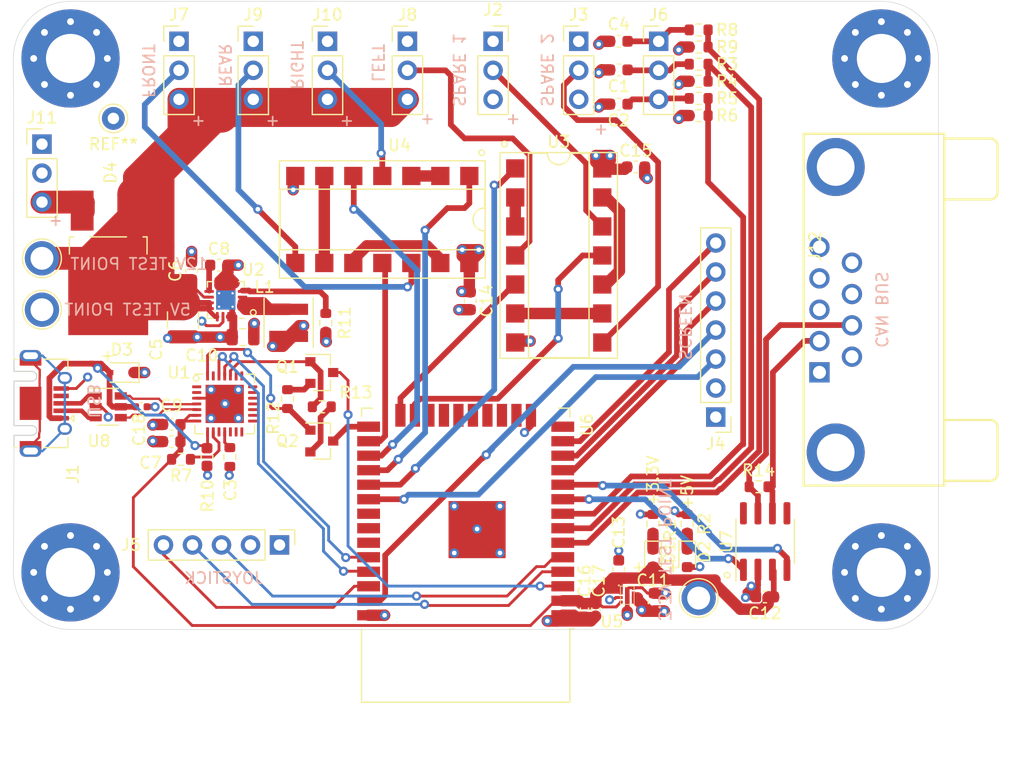
<source format=kicad_pcb>
(kicad_pcb (version 20171130) (host pcbnew 5.1.9-1.fc33)
  (layers (0 F.Cu signal) (1 In1.Cu power hide) (2 In2.Cu power hide) (31 B.Cu signal) (34 B.Paste user) (35 F.Paste user) (36 B.SilkS user) (37 F.SilkS user) (38 B.Mask user) (39 F.Mask user) (44 Edge.Cuts user))
  (net 0 "")
  (net 1 TURN_RIGHT)
  (net 2 GND)
  (net 3 TURN_LEFT)
  (net 4 VBUS)
  (net 5 BRAKE)
  (net 6 +3V3)
  (net 7 "Net-(C8-Pad1)")
  (net 8 +5V)
  (net 9 "Net-(D1-Pad1)")
  (net 10 "Net-(D2-Pad1)")
  (net 11 +12V)
  (net 12 "Net-(J1-Pad6)")
  (net 13 USB_D-)
  (net 14 "Net-(J1-Pad4)")
  (net 15 USB_D+)
  (net 16 5V_LED_SPARE_1)
  (net 17 5V_LED_SPARE_2)
  (net 18 OLED_CS)
  (net 19 OLED_DC)
  (net 20 OLED_RESET)
  (net 21 MOSI)
  (net 22 SPICLK)
  (net 23 JOYSTICK_X)
  (net 24 JOYSTICK_Y)
  (net 25 JOYSTICK_B)
  (net 26 UNDRGLW_FRNT)
  (net 27 UNDRGLW_LEFT)
  (net 28 UNDRGLW_REAR)
  (net 29 UNDRGLW_RGHT)
  (net 30 RELAY_OUT)
  (net 31 "Net-(J12-Pad1)")
  (net 32 "Net-(J12-Pad2)")
  (net 33 "Net-(J12-Pad4)")
  (net 34 "Net-(J12-Pad5)")
  (net 35 "Net-(J12-Pad6)")
  (net 36 "Net-(J12-Pad7)")
  (net 37 "Net-(J12-Pad8)")
  (net 38 "Net-(J12-Pad9)")
  (net 39 "Net-(L1-Pad1)")
  (net 40 "Net-(Q1-Pad2)")
  (net 41 EN)
  (net 42 PROG_RTS)
  (net 43 PROG_DTR)
  (net 44 IO0)
  (net 45 "Net-(Q2-Pad2)")
  (net 46 TURN_RIGHT_LOW)
  (net 47 TURN_LEFT_LOW)
  (net 48 "Net-(R7-Pad1)")
  (net 49 BRAKE_LOW)
  (net 50 "Net-(R10-Pad2)")
  (net 51 "Net-(R11-Pad2)")
  (net 52 "Net-(U1-Pad1)")
  (net 53 "Net-(U1-Pad2)")
  (net 54 D+)
  (net 55 D-)
  (net 56 "Net-(U1-Pad10)")
  (net 57 "Net-(U1-Pad12)")
  (net 58 "Net-(U1-Pad13)")
  (net 59 "Net-(U1-Pad14)")
  (net 60 "Net-(U1-Pad15)")
  (net 61 "Net-(U1-Pad16)")
  (net 62 "Net-(U1-Pad17)")
  (net 63 "Net-(U1-Pad18)")
  (net 64 "Net-(U1-Pad19)")
  (net 65 "Net-(U1-Pad20)")
  (net 66 "Net-(U1-Pad21)")
  (net 67 "Net-(U1-Pad22)")
  (net 68 "Net-(U1-Pad23)")
  (net 69 RXD0)
  (net 70 TXD0)
  (net 71 "Net-(U1-Pad27)")
  (net 72 "Net-(U3-Pad10)")
  (net 73 "Net-(U3-Pad6)")
  (net 74 UG_LOW_SPARE_1)
  (net 75 UG_LOW_SPARE_2)
  (net 76 "Net-(U3-Pad2)")
  (net 77 UG_LOW_LEFT)
  (net 78 UG_LOW_RIGHT)
  (net 79 "Net-(U4-Pad2)")
  (net 80 "Net-(U4-Pad6)")
  (net 81 "Net-(U4-Pad10)")
  (net 82 UG_LOW_FRONT)
  (net 83 UG_LOW_REAR)
  (net 84 "Net-(U6-Pad17)")
  (net 85 "Net-(U6-Pad18)")
  (net 86 "Net-(U6-Pad19)")
  (net 87 "Net-(U6-Pad20)")
  (net 88 "Net-(U6-Pad21)")
  (net 89 "Net-(U6-Pad22)")
  (net 90 CAN_TX)
  (net 91 CAN_RX)
  (net 92 "Net-(U6-Pad31)")
  (net 93 "Net-(U6-Pad32)")
  (net 94 "Net-(U7-Pad5)")
  (net 95 "Net-(U7-Pad8)")
  (net 96 CAR_12V)
  (net 97 "Net-(U6-Pad14)")
  (net 98 "Net-(U6-Pad16)")
  (net 99 "Net-(U6-Pad33)")
  (module UnderglowPCB:DB9 (layer F.Cu) (at 173 108 90)
    (fp_text reference J12 (at 5.54 -1.8 90) (layer F.SilkS))
    (fp_text value DB9_Male)
    (pad G2 thru_hole circle (at -12.4968 0 270) (size 5.08 5.08) (drill 3.302) (layers *.Cu *.Mask))
    (pad G1 thru_hole circle (at 12.4968 0 270) (size 5.08 5.08) (drill 3.302) (layers *.Cu *.Mask))
    (pad 6 thru_hole circle (at -4.1148 1.4224 270) (size 1.778 1.778) (drill 1.143) (layers *.Cu *.Mask) (net 35 "Net-(J12-Pad6)"))
    (pad 7 thru_hole circle (at -1.3716 1.4224 270) (size 1.778 1.778) (drill 1.143) (layers *.Cu *.Mask) (net 36 "Net-(J12-Pad7)"))
    (pad 8 thru_hole circle (at 1.3716 1.4224 270) (size 1.778 1.778) (drill 1.143) (layers *.Cu *.Mask) (net 37 "Net-(J12-Pad8)"))
    (pad 9 thru_hole circle (at 4.1148 1.4224 270) (size 1.778 1.778) (drill 1.143) (layers *.Cu *.Mask) (net 38 "Net-(J12-Pad9)"))
    (pad 1 thru_hole rect (at -5.4864 -1.4224 270) (size 1.778 1.778) (drill 1.143) (layers *.Cu *.Mask) (net 31 "Net-(J12-Pad1)"))
    (pad 2 thru_hole circle (at -2.7432 -1.4224 270) (size 1.778 1.778) (drill 1.143) (layers *.Cu *.Mask) (net 32 "Net-(J12-Pad2)"))
    (pad 3 thru_hole circle (at 0 -1.4224 270) (size 1.778 1.778) (drill 1.143) (layers *.Cu *.Mask) (net 2 GND))
    (pad 4 thru_hole circle (at 2.7432 -1.4224 270) (size 1.778 1.778) (drill 1.143) (layers *.Cu *.Mask) (net 33 "Net-(J12-Pad4)"))
    (pad 5 thru_hole circle (at 5.4864 -1.4224 270) (size 1.778 1.778) (drill 1.143) (layers *.Cu *.Mask) (net 34 "Net-(J12-Pad5)"))
  )
  (module Connector_Pin:Pin_D1.0mm_L10.0mm (layer F.Cu) (at 109.75 91.25)
    (fp_text reference REF** (at 0 2.25) (layer F.SilkS))
    (fp_text value Pin_D1.0mm_L10.0mm)
    (pad 1 thru_hole circle (at 0 0) (size 2 2) (drill 1) (layers *.Cu *.Mask))
  )
  (module Capacitor_SMD:C_1210_3225Metric (layer F.Cu) (at 115.85 108.9 270)
    (fp_text reference C5 (at 2.6 2.35 90) (layer F.SilkS))
    (fp_text value 10u)
    (pad 1 smd roundrect (at -1.475 0 270) (size 1.15 2.7) (layers F.Cu F.Paste F.Mask) (roundrect_rratio 0.217391) (net 11 +12V))
    (pad 2 smd roundrect (at 1.475 0 270) (size 1.15 2.7) (layers F.Cu F.Paste F.Mask) (roundrect_rratio 0.217391) (net 2 GND))
  )
  (module UnderglowPCB:LD56100DPU33R (layer F.Cu) (at 154.75 133 270)
    (fp_text reference U5 (at 2.3 1.35 180) (layer F.SilkS))
    (fp_text value LD56100DPU33R)
    (pad 5 smd rect (at -0.6 -0.55 270) (size 0.26 0.3) (layers F.Cu F.Paste F.Mask) (net 2 GND))
    (pad 6 smd rect (at -0.2 -0.55 270) (size 0.26 0.3) (layers F.Cu F.Paste F.Mask) (net 8 +5V))
    (pad 7 smd rect (at 0.2 -0.55 270) (size 0.26 0.3) (layers F.Cu F.Paste F.Mask) (net 8 +5V))
    (pad 8 smd rect (at 0.6 -0.55 270) (size 0.26 0.3) (layers F.Cu F.Paste F.Mask) (net 8 +5V))
    (pad 1 smd rect (at -0.6 0.55 270) (size 0.26 0.3) (layers F.Cu F.Paste F.Mask) (net 6 +3V3))
    (pad 2 smd rect (at -0.2 0.55 270) (size 0.26 0.3) (layers F.Cu F.Paste F.Mask) (net 6 +3V3))
    (pad 3 smd rect (at 0.2 0.7 270) (size 0.26 0.6) (layers F.Cu F.Paste F.Mask) (net 8 +5V))
    (pad 4 smd rect (at 0.6 0.55 270) (size 0.26 0.3) (layers F.Cu F.Paste F.Mask) (net 6 +3V3))
    (pad 9 smd rect (at 0 0 270) (size 1.4 0.4) (layers F.Cu F.Paste F.Mask) (net 2 GND))
  )
  (module RF_Module:ESP32-WROOM-32 (layer F.Cu) (at 140.6 126.5 180)
    (fp_text reference U6 (at -10.61 8.43 90) (layer F.SilkS))
    (fp_text value ESP32-WROOM-32D)
    (pad 39 smd rect (at -1 -0.755 180) (size 5 5) (layers F.Cu F.Paste F.Mask) (net 2 GND))
    (pad 1 smd rect (at -8.5 -8.255 180) (size 2 0.9) (layers F.Cu F.Paste F.Mask) (net 2 GND))
    (pad 2 smd rect (at -8.5 -6.985 180) (size 2 0.9) (layers F.Cu F.Paste F.Mask) (net 6 +3V3))
    (pad 3 smd rect (at -8.5 -5.715 180) (size 2 0.9) (layers F.Cu F.Paste F.Mask) (net 41 EN))
    (pad 4 smd rect (at -8.5 -4.445 180) (size 2 0.9) (layers F.Cu F.Paste F.Mask) (net 24 JOYSTICK_Y))
    (pad 5 smd rect (at -8.5 -3.175 180) (size 2 0.9) (layers F.Cu F.Paste F.Mask) (net 23 JOYSTICK_X))
    (pad 6 smd rect (at -8.5 -1.905 180) (size 2 0.9) (layers F.Cu F.Paste F.Mask) (net 49 BRAKE_LOW))
    (pad 7 smd rect (at -8.5 -0.635 180) (size 2 0.9) (layers F.Cu F.Paste F.Mask) (net 46 TURN_RIGHT_LOW))
    (pad 8 smd rect (at -8.5 0.635 180) (size 2 0.9) (layers F.Cu F.Paste F.Mask) (net 47 TURN_LEFT_LOW))
    (pad 9 smd rect (at -8.5 1.905 180) (size 2 0.9) (layers F.Cu F.Paste F.Mask) (net 90 CAN_TX))
    (pad 10 smd rect (at -8.5 3.175 180) (size 2 0.9) (layers F.Cu F.Paste F.Mask) (net 91 CAN_RX))
    (pad 11 smd rect (at -8.5 4.445 180) (size 2 0.9) (layers F.Cu F.Paste F.Mask) (net 20 OLED_RESET))
    (pad 12 smd rect (at -8.5 5.715 180) (size 2 0.9) (layers F.Cu F.Paste F.Mask) (net 19 OLED_DC))
    (pad 13 smd rect (at -8.5 6.985 180) (size 2 0.9) (layers F.Cu F.Paste F.Mask) (net 18 OLED_CS))
    (pad 14 smd rect (at -8.5 8.255 180) (size 2 0.9) (layers F.Cu F.Paste F.Mask) (net 97 "Net-(U6-Pad14)"))
    (pad 15 smd rect (at -5.715 9.255 270) (size 2 0.9) (layers F.Cu F.Paste F.Mask) (net 2 GND))
    (pad 16 smd rect (at -4.445 9.255 270) (size 2 0.9) (layers F.Cu F.Paste F.Mask) (net 98 "Net-(U6-Pad16)"))
    (pad 17 smd rect (at -3.175 9.255 270) (size 2 0.9) (layers F.Cu F.Paste F.Mask) (net 84 "Net-(U6-Pad17)"))
    (pad 18 smd rect (at -1.905 9.255 270) (size 2 0.9) (layers F.Cu F.Paste F.Mask) (net 85 "Net-(U6-Pad18)"))
    (pad 19 smd rect (at -0.635 9.255 270) (size 2 0.9) (layers F.Cu F.Paste F.Mask) (net 86 "Net-(U6-Pad19)"))
    (pad 20 smd rect (at 0.635 9.255 270) (size 2 0.9) (layers F.Cu F.Paste F.Mask) (net 87 "Net-(U6-Pad20)"))
    (pad 21 smd rect (at 1.905 9.255 270) (size 2 0.9) (layers F.Cu F.Paste F.Mask) (net 88 "Net-(U6-Pad21)"))
    (pad 22 smd rect (at 3.175 9.255 270) (size 2 0.9) (layers F.Cu F.Paste F.Mask) (net 89 "Net-(U6-Pad22)"))
    (pad 23 smd rect (at 4.445 9.255 270) (size 2 0.9) (layers F.Cu F.Paste F.Mask) (net 75 UG_LOW_SPARE_2))
    (pad 24 smd rect (at 5.715 9.255 270) (size 2 0.9) (layers F.Cu F.Paste F.Mask) (net 74 UG_LOW_SPARE_1))
    (pad 25 smd rect (at 8.5 8.255 180) (size 2 0.9) (layers F.Cu F.Paste F.Mask) (net 44 IO0))
    (pad 26 smd rect (at 8.5 6.985 180) (size 2 0.9) (layers F.Cu F.Paste F.Mask) (net 82 UG_LOW_FRONT))
    (pad 27 smd rect (at 8.5 5.715 180) (size 2 0.9) (layers F.Cu F.Paste F.Mask) (net 83 UG_LOW_REAR))
    (pad 28 smd rect (at 8.5 4.445 180) (size 2 0.9) (layers F.Cu F.Paste F.Mask) (net 78 UG_LOW_RIGHT))
    (pad 29 smd rect (at 8.5 3.175 180) (size 2 0.9) (layers F.Cu F.Paste F.Mask) (net 77 UG_LOW_LEFT))
    (pad 30 smd rect (at 8.5 1.905 180) (size 2 0.9) (layers F.Cu F.Paste F.Mask) (net 22 SPICLK))
    (pad 31 smd rect (at 8.5 0.635 180) (size 2 0.9) (layers F.Cu F.Paste F.Mask) (net 92 "Net-(U6-Pad31)"))
    (pad 32 smd rect (at 8.5 -0.635 180) (size 2 0.9) (layers F.Cu F.Paste F.Mask) (net 93 "Net-(U6-Pad32)"))
    (pad 33 smd rect (at 8.5 -1.905 180) (size 2 0.9) (layers F.Cu F.Paste F.Mask) (net 99 "Net-(U6-Pad33)"))
    (pad 34 smd rect (at 8.5 -3.175 180) (size 2 0.9) (layers F.Cu F.Paste F.Mask) (net 69 RXD0))
    (pad 35 smd rect (at 8.5 -4.445 180) (size 2 0.9) (layers F.Cu F.Paste F.Mask) (net 70 TXD0))
    (pad 36 smd rect (at 8.5 -5.715 180) (size 2 0.9) (layers F.Cu F.Paste F.Mask) (net 25 JOYSTICK_B))
    (pad 37 smd rect (at 8.5 -6.985 180) (size 2 0.9) (layers F.Cu F.Paste F.Mask) (net 21 MOSI))
    (pad 38 smd rect (at 8.5 -8.255 180) (size 2 0.9) (layers F.Cu F.Paste F.Mask) (net 2 GND))
  )
  (module Capacitor_SMD:C_0603_1608Metric (layer F.Cu) (at 154 87 180)
    (fp_text reference C1 (at 0 -1.43) (layer F.SilkS))
    (fp_text value 10u)
    (pad 1 smd roundrect (at -0.775 0 180) (size 0.9 0.95) (layers F.Cu F.Paste F.Mask) (net 1 TURN_RIGHT))
    (pad 2 smd roundrect (at 0.775 0 180) (size 0.9 0.95) (layers F.Cu F.Paste F.Mask) (net 2 GND))
  )
  (module Capacitor_SMD:C_0603_1608Metric (layer F.Cu) (at 154 90 180)
    (fp_text reference C2 (at 0 -1.43) (layer F.SilkS))
    (fp_text value 10u)
    (pad 2 smd roundrect (at 0.775 0 180) (size 0.9 0.95) (layers F.Cu F.Paste F.Mask) (net 2 GND))
    (pad 1 smd roundrect (at -0.775 0 180) (size 0.9 0.95) (layers F.Cu F.Paste F.Mask) (net 3 TURN_LEFT))
  )
  (module Capacitor_SMD:C_0603_1608Metric (layer F.Cu) (at 117.95 120.9 270)
    (fp_text reference C3 (at 2.9 -2.05 90) (layer F.SilkS))
    (fp_text value 10u)
    (pad 1 smd roundrect (at -0.775 0 270) (size 0.9 0.95) (layers F.Cu F.Paste F.Mask) (net 4 VBUS))
    (pad 2 smd roundrect (at 0.775 0 270) (size 0.9 0.95) (layers F.Cu F.Paste F.Mask) (net 2 GND))
  )
  (module Capacitor_SMD:C_0603_1608Metric (layer F.Cu) (at 154 84.5 180)
    (fp_text reference C4 (at 0 1.5) (layer F.SilkS))
    (fp_text value 10u)
    (pad 1 smd roundrect (at -0.775 0 180) (size 0.9 0.95) (layers F.Cu F.Paste F.Mask) (net 5 BRAKE))
    (pad 2 smd roundrect (at 0.775 0 180) (size 0.9 0.95) (layers F.Cu F.Paste F.Mask) (net 2 GND))
  )
  (module Capacitor_SMD:C_0603_1608Metric (layer F.Cu) (at 116.6 104.6 90)
    (fp_text reference C6 (at 0 -1.43 90) (layer F.SilkS))
    (fp_text value 0.1u)
    (pad 2 smd roundrect (at 0.775 0 90) (size 0.9 0.95) (layers F.Cu F.Paste F.Mask) (net 2 GND))
    (pad 1 smd roundrect (at -0.775 0 90) (size 0.9 0.95) (layers F.Cu F.Paste F.Mask) (net 11 +12V))
  )
  (module Capacitor_SMD:C_0603_1608Metric (layer F.Cu) (at 114.85 119.55 180)
    (fp_text reference C7 (at 1.85 -1.85) (layer F.SilkS))
    (fp_text value 10u)
    (pad 2 smd roundrect (at 0.775 0 180) (size 0.9 0.95) (layers F.Cu F.Paste F.Mask) (net 2 GND))
    (pad 1 smd roundrect (at -0.775 0 180) (size 0.9 0.95) (layers F.Cu F.Paste F.Mask) (net 6 +3V3))
  )
  (module Capacitor_SMD:C_0603_1608Metric (layer F.Cu) (at 119 104.1)
    (fp_text reference C8 (at 0 -1.43) (layer F.SilkS))
    (fp_text value 3.3n)
    (pad 1 smd roundrect (at -0.775 0) (size 0.9 0.95) (layers F.Cu F.Paste F.Mask) (net 7 "Net-(C8-Pad1)"))
    (pad 2 smd roundrect (at 0.775 0) (size 0.9 0.95) (layers F.Cu F.Paste F.Mask) (net 2 GND))
  )
  (module Capacitor_SMD:C_0603_1608Metric (layer F.Cu) (at 114.85 118.05 180)
    (fp_text reference C9 (at 0 1.65) (layer F.SilkS))
    (fp_text value 10u)
    (pad 1 smd roundrect (at -0.775 0 180) (size 0.9 0.95) (layers F.Cu F.Paste F.Mask) (net 6 +3V3))
    (pad 2 smd roundrect (at 0.775 0 180) (size 0.9 0.95) (layers F.Cu F.Paste F.Mask) (net 2 GND))
  )
  (module Capacitor_SMD:C_0805_2012Metric (layer F.Cu) (at 121.1 110.4)
    (fp_text reference C10 (at -3.6 1.6) (layer F.SilkS))
    (fp_text value 22u)
    (pad 1 smd roundrect (at -0.95 0) (size 1 1.45) (layers F.Cu F.Paste F.Mask) (net 2 GND))
    (pad 2 smd roundrect (at 0.95 0) (size 1 1.45) (layers F.Cu F.Paste F.Mask) (net 8 +5V))
  )
  (module Capacitor_SMD:C_0603_1608Metric (layer F.Cu) (at 166.8 133.15 180)
    (fp_text reference C12 (at 0 -1.43) (layer F.SilkS))
    (fp_text value 10u)
    (pad 1 smd roundrect (at -0.775 0 180) (size 0.9 0.95) (layers F.Cu F.Paste F.Mask) (net 6 +3V3))
    (pad 2 smd roundrect (at 0.775 0 180) (size 0.9 0.95) (layers F.Cu F.Paste F.Mask) (net 2 GND))
  )
  (module Capacitor_SMD:C_0603_1608Metric (layer F.Cu) (at 141 107.225 270)
    (fp_text reference C14 (at 0 -1.43 90) (layer F.SilkS))
    (fp_text value 10u)
    (pad 1 smd roundrect (at -0.775 0 270) (size 0.9 0.95) (layers F.Cu F.Paste F.Mask) (net 8 +5V))
    (pad 2 smd roundrect (at 0.775 0 270) (size 0.9 0.95) (layers F.Cu F.Paste F.Mask) (net 2 GND))
  )
  (module Capacitor_SMD:C_0603_1608Metric (layer F.Cu) (at 155.5 95.5)
    (fp_text reference C15 (at 0 -1.43) (layer F.SilkS))
    (fp_text value 10u)
    (pad 2 smd roundrect (at 0.775 0) (size 0.9 0.95) (layers F.Cu F.Paste F.Mask) (net 2 GND))
    (pad 1 smd roundrect (at -0.775 0) (size 0.9 0.95) (layers F.Cu F.Paste F.Mask) (net 8 +5V))
  )
  (module Capacitor_SMD:C_0402_1005Metric (layer F.Cu) (at 112.2 116.5)
    (fp_text reference C18 (at -0.2 2 90) (layer F.SilkS))
    (fp_text value .1u)
    (pad 2 smd roundrect (at 0.48 0) (size 0.56 0.62) (layers F.Cu F.Paste F.Mask) (net 2 GND))
    (pad 1 smd roundrect (at -0.48 0) (size 0.56 0.62) (layers F.Cu F.Paste F.Mask) (net 4 VBUS))
  )
  (module Diode_SMD:D_SOD-323 (layer F.Cu) (at 110.5 113.5 180)
    (fp_text reference D3 (at 0 2) (layer F.SilkS))
    (fp_text value BAT760-7)
    (pad 1 smd rect (at -1.05 0 180) (size 0.6 0.45) (layers F.Cu F.Paste F.Mask) (net 8 +5V))
    (pad 2 smd rect (at 1.05 0 180) (size 0.6 0.45) (layers F.Cu F.Paste F.Mask) (net 4 VBUS))
  )
  (module Package_TO_SOT_SMD:TO-252-2_TabPin1 (layer F.Cu) (at 109.3 103.9 270)
    (fp_text reference D4 (at -7.9 -0.2 90) (layer F.SilkS))
    (fp_text value RB088BM-60TL)
    (pad 1 smd rect (at -4.575 -2.3 270) (size 3.5 2) (layers F.Cu F.Paste F.Mask) (net 11 +12V))
    (pad 2 smd rect (at -4.575 2.28 270) (size 3.5 2) (layers F.Cu F.Paste F.Mask) (net 96 CAR_12V))
    (pad 1 smd rect (at 2.825 0 270) (size 7 7) (layers F.Cu F.Mask) (net 11 +12V))
  )
  (module MountingHole:MountingHole_4.3mm_M4_Pad_Via (layer F.Cu) (at 177 131)
    (fp_text reference H1)
    (fp_text value MH_Pad)
    (pad 1 thru_hole circle (at 2.280419 -2.280419) (size 0.9 0.9) (drill 0.6) (layers *.Cu *.Mask) (net 2 GND))
    (pad 1 thru_hole circle (at 0 -3.225) (size 0.9 0.9) (drill 0.6) (layers *.Cu *.Mask) (net 2 GND))
    (pad 1 thru_hole circle (at -2.280419 -2.280419) (size 0.9 0.9) (drill 0.6) (layers *.Cu *.Mask) (net 2 GND))
    (pad 1 thru_hole circle (at -3.225 0) (size 0.9 0.9) (drill 0.6) (layers *.Cu *.Mask) (net 2 GND))
    (pad 1 thru_hole circle (at -2.280419 2.280419) (size 0.9 0.9) (drill 0.6) (layers *.Cu *.Mask) (net 2 GND))
    (pad 1 thru_hole circle (at 0 3.225) (size 0.9 0.9) (drill 0.6) (layers *.Cu *.Mask) (net 2 GND))
    (pad 1 thru_hole circle (at 2.280419 2.280419) (size 0.9 0.9) (drill 0.6) (layers *.Cu *.Mask) (net 2 GND))
    (pad 1 thru_hole circle (at 3.225 0) (size 0.9 0.9) (drill 0.6) (layers *.Cu *.Mask) (net 2 GND))
    (pad 1 thru_hole circle (at 0 0) (size 8.6 8.6) (drill 4.3) (layers *.Cu *.Mask) (net 2 GND))
  )
  (module MountingHole:MountingHole_4.3mm_M4_Pad_Via (layer F.Cu) (at 177 86 180)
    (fp_text reference H2)
    (fp_text value MH_Pad)
    (pad 1 thru_hole circle (at 0 0 180) (size 8.6 8.6) (drill 4.3) (layers *.Cu *.Mask) (net 2 GND))
    (pad 1 thru_hole circle (at 3.225 0 180) (size 0.9 0.9) (drill 0.6) (layers *.Cu *.Mask) (net 2 GND))
    (pad 1 thru_hole circle (at 2.280419 2.280419 180) (size 0.9 0.9) (drill 0.6) (layers *.Cu *.Mask) (net 2 GND))
    (pad 1 thru_hole circle (at 0 3.225 180) (size 0.9 0.9) (drill 0.6) (layers *.Cu *.Mask) (net 2 GND))
    (pad 1 thru_hole circle (at -2.280419 2.280419 180) (size 0.9 0.9) (drill 0.6) (layers *.Cu *.Mask) (net 2 GND))
    (pad 1 thru_hole circle (at -3.225 0 180) (size 0.9 0.9) (drill 0.6) (layers *.Cu *.Mask) (net 2 GND))
    (pad 1 thru_hole circle (at -2.280419 -2.280419 180) (size 0.9 0.9) (drill 0.6) (layers *.Cu *.Mask) (net 2 GND))
    (pad 1 thru_hole circle (at 0 -3.225 180) (size 0.9 0.9) (drill 0.6) (layers *.Cu *.Mask) (net 2 GND))
    (pad 1 thru_hole circle (at 2.280419 -2.280419 180) (size 0.9 0.9) (drill 0.6) (layers *.Cu *.Mask) (net 2 GND))
  )
  (module MountingHole:MountingHole_4.3mm_M4_Pad_Via (layer F.Cu) (at 106 131)
    (fp_text reference H3)
    (fp_text value MH_Pad)
    (pad 1 thru_hole circle (at 2.280419 -2.280419) (size 0.9 0.9) (drill 0.6) (layers *.Cu *.Mask) (net 2 GND))
    (pad 1 thru_hole circle (at 0 -3.225) (size 0.9 0.9) (drill 0.6) (layers *.Cu *.Mask) (net 2 GND))
    (pad 1 thru_hole circle (at -2.280419 -2.280419) (size 0.9 0.9) (drill 0.6) (layers *.Cu *.Mask) (net 2 GND))
    (pad 1 thru_hole circle (at -3.225 0) (size 0.9 0.9) (drill 0.6) (layers *.Cu *.Mask) (net 2 GND))
    (pad 1 thru_hole circle (at -2.280419 2.280419) (size 0.9 0.9) (drill 0.6) (layers *.Cu *.Mask) (net 2 GND))
    (pad 1 thru_hole circle (at 0 3.225) (size 0.9 0.9) (drill 0.6) (layers *.Cu *.Mask) (net 2 GND))
    (pad 1 thru_hole circle (at 2.280419 2.280419) (size 0.9 0.9) (drill 0.6) (layers *.Cu *.Mask) (net 2 GND))
    (pad 1 thru_hole circle (at 3.225 0) (size 0.9 0.9) (drill 0.6) (layers *.Cu *.Mask) (net 2 GND))
    (pad 1 thru_hole circle (at 0 0) (size 8.6 8.6) (drill 4.3) (layers *.Cu *.Mask) (net 2 GND))
  )
  (module MountingHole:MountingHole_4.3mm_M4_Pad_Via (layer F.Cu) (at 106 86)
    (fp_text reference H4)
    (fp_text value MH_Pad)
    (pad 1 thru_hole circle (at 0 0) (size 8.6 8.6) (drill 4.3) (layers *.Cu *.Mask) (net 2 GND))
    (pad 1 thru_hole circle (at 3.225 0) (size 0.9 0.9) (drill 0.6) (layers *.Cu *.Mask) (net 2 GND))
    (pad 1 thru_hole circle (at 2.280419 2.280419) (size 0.9 0.9) (drill 0.6) (layers *.Cu *.Mask) (net 2 GND))
    (pad 1 thru_hole circle (at 0 3.225) (size 0.9 0.9) (drill 0.6) (layers *.Cu *.Mask) (net 2 GND))
    (pad 1 thru_hole circle (at -2.280419 2.280419) (size 0.9 0.9) (drill 0.6) (layers *.Cu *.Mask) (net 2 GND))
    (pad 1 thru_hole circle (at -3.225 0) (size 0.9 0.9) (drill 0.6) (layers *.Cu *.Mask) (net 2 GND))
    (pad 1 thru_hole circle (at -2.280419 -2.280419) (size 0.9 0.9) (drill 0.6) (layers *.Cu *.Mask) (net 2 GND))
    (pad 1 thru_hole circle (at 0 -3.225) (size 0.9 0.9) (drill 0.6) (layers *.Cu *.Mask) (net 2 GND))
    (pad 1 thru_hole circle (at 2.280419 -2.280419) (size 0.9 0.9) (drill 0.6) (layers *.Cu *.Mask) (net 2 GND))
  )
  (module Connector_PinHeader_2.54mm:PinHeader_1x07_P2.54mm_Vertical (layer F.Cu) (at 162.5 117.4 180)
    (fp_text reference J4 (at 0 -2.33) (layer F.SilkS))
    (fp_text value Conn_01x07)
    (pad 1 thru_hole rect (at 0 0 180) (size 1.7 1.7) (drill 1) (layers *.Cu *.Mask) (net 2 GND))
    (pad 2 thru_hole oval (at 0 2.54 180) (size 1.7 1.7) (drill 1) (layers *.Cu *.Mask) (net 8 +5V))
    (pad 3 thru_hole oval (at 0 5.08 180) (size 1.7 1.7) (drill 1) (layers *.Cu *.Mask) (net 22 SPICLK))
    (pad 4 thru_hole oval (at 0 7.62 180) (size 1.7 1.7) (drill 1) (layers *.Cu *.Mask) (net 21 MOSI))
    (pad 5 thru_hole oval (at 0 10.16 180) (size 1.7 1.7) (drill 1) (layers *.Cu *.Mask) (net 20 OLED_RESET))
    (pad 6 thru_hole oval (at 0 12.7 180) (size 1.7 1.7) (drill 1) (layers *.Cu *.Mask) (net 19 OLED_DC))
    (pad 7 thru_hole oval (at 0 15.24 180) (size 1.7 1.7) (drill 1) (layers *.Cu *.Mask) (net 18 OLED_CS))
  )
  (module Connector_PinHeader_2.54mm:PinHeader_1x05_P2.54mm_Vertical (layer F.Cu) (at 124.3 128.6 270)
    (fp_text reference J5 (at 0 13 180) (layer F.SilkS))
    (fp_text value Conn_01x05)
    (pad 1 thru_hole rect (at 0 0 270) (size 1.7 1.7) (drill 1) (layers *.Cu *.Mask) (net 2 GND))
    (pad 2 thru_hole oval (at 0 2.54 270) (size 1.7 1.7) (drill 1) (layers *.Cu *.Mask) (net 8 +5V))
    (pad 3 thru_hole oval (at 0 5.08 270) (size 1.7 1.7) (drill 1) (layers *.Cu *.Mask) (net 23 JOYSTICK_X))
    (pad 4 thru_hole oval (at 0 7.62 270) (size 1.7 1.7) (drill 1) (layers *.Cu *.Mask) (net 24 JOYSTICK_Y))
    (pad 5 thru_hole oval (at 0 10.16 270) (size 1.7 1.7) (drill 1) (layers *.Cu *.Mask) (net 25 JOYSTICK_B))
  )
  (module Inductor_SMD:L_Coilcraft_XxL4020 (layer F.Cu) (at 125.1 109.15 270)
    (fp_text reference L1 (at -3.15 2.1 180) (layer F.SilkS))
    (fp_text value 2.2u)
    (pad 1 smd rect (at -1.185 0 270) (size 0.98 3.4) (layers F.Cu F.Paste F.Mask) (net 39 "Net-(L1-Pad1)"))
    (pad 2 smd rect (at 1.185 0 270) (size 0.98 3.4) (layers F.Cu F.Paste F.Mask) (net 8 +5V))
  )
  (module Resistor_SMD:R_0603_1608Metric (layer F.Cu) (at 161 86.5)
    (fp_text reference R3 (at 2.5 0) (layer F.SilkS))
    (fp_text value 27k)
    (pad 2 smd roundrect (at 0.825 0) (size 0.8 0.95) (layers F.Cu F.Paste F.Mask) (net 46 TURN_RIGHT_LOW))
    (pad 1 smd roundrect (at -0.825 0) (size 0.8 0.95) (layers F.Cu F.Paste F.Mask) (net 1 TURN_RIGHT))
  )
  (module Resistor_SMD:R_0603_1608Metric (layer F.Cu) (at 161 88 180)
    (fp_text reference R4 (at -2.5 0) (layer F.SilkS))
    (fp_text value 10k)
    (pad 1 smd roundrect (at -0.825 0 180) (size 0.8 0.95) (layers F.Cu F.Paste F.Mask) (net 46 TURN_RIGHT_LOW))
    (pad 2 smd roundrect (at 0.825 0 180) (size 0.8 0.95) (layers F.Cu F.Paste F.Mask) (net 2 GND))
  )
  (module Resistor_SMD:R_0603_1608Metric (layer F.Cu) (at 161 89.5)
    (fp_text reference R5 (at 2.5 0) (layer F.SilkS))
    (fp_text value 27k)
    (pad 2 smd roundrect (at 0.825 0) (size 0.8 0.95) (layers F.Cu F.Paste F.Mask) (net 47 TURN_LEFT_LOW))
    (pad 1 smd roundrect (at -0.825 0) (size 0.8 0.95) (layers F.Cu F.Paste F.Mask) (net 3 TURN_LEFT))
  )
  (module Resistor_SMD:R_0603_1608Metric (layer F.Cu) (at 161 91 180)
    (fp_text reference R6 (at -2.5 0) (layer F.SilkS))
    (fp_text value 10k)
    (pad 1 smd roundrect (at -0.825 0 180) (size 0.8 0.95) (layers F.Cu F.Paste F.Mask) (net 47 TURN_LEFT_LOW))
    (pad 2 smd roundrect (at 0.825 0 180) (size 0.8 0.95) (layers F.Cu F.Paste F.Mask) (net 2 GND))
  )
  (module Resistor_SMD:R_0603_1608Metric (layer F.Cu) (at 115.675 121.1 180)
    (fp_text reference R7 (at 0 -1.43) (layer F.SilkS))
    (fp_text value 4.7k)
    (pad 2 smd roundrect (at 0.825 0 180) (size 0.8 0.95) (layers F.Cu F.Paste F.Mask) (net 6 +3V3))
    (pad 1 smd roundrect (at -0.825 0 180) (size 0.8 0.95) (layers F.Cu F.Paste F.Mask) (net 48 "Net-(R7-Pad1)"))
  )
  (module Resistor_SMD:R_0603_1608Metric (layer F.Cu) (at 161 83.5)
    (fp_text reference R8 (at 2.5 0) (layer F.SilkS))
    (fp_text value 27k)
    (pad 2 smd roundrect (at 0.825 0) (size 0.8 0.95) (layers F.Cu F.Paste F.Mask) (net 49 BRAKE_LOW))
    (pad 1 smd roundrect (at -0.825 0) (size 0.8 0.95) (layers F.Cu F.Paste F.Mask) (net 5 BRAKE))
  )
  (module Resistor_SMD:R_0603_1608Metric (layer F.Cu) (at 161 85 180)
    (fp_text reference R9 (at -2.5 0) (layer F.SilkS))
    (fp_text value 10k)
    (pad 1 smd roundrect (at -0.825 0 180) (size 0.8 0.95) (layers F.Cu F.Paste F.Mask) (net 49 BRAKE_LOW))
    (pad 2 smd roundrect (at 0.825 0 180) (size 0.8 0.95) (layers F.Cu F.Paste F.Mask) (net 2 GND))
  )
  (module Resistor_SMD:R_0603_1608Metric (layer F.Cu) (at 119.95 120.9 90)
    (fp_text reference R10 (at -3.4 -1.95 90) (layer F.SilkS))
    (fp_text value 10k)
    (pad 1 smd roundrect (at -0.825 0 90) (size 0.8 0.95) (layers F.Cu F.Paste F.Mask) (net 2 GND))
    (pad 2 smd roundrect (at 0.825 0 90) (size 0.8 0.95) (layers F.Cu F.Paste F.Mask) (net 50 "Net-(R10-Pad2)"))
  )
  (module Resistor_SMD:R_0603_1608Metric (layer F.Cu) (at 128.35 109.15 90)
    (fp_text reference R11 (at 0 1.65 90) (layer F.SilkS))
    (fp_text value 100k)
    (pad 2 smd roundrect (at 0.825 0 90) (size 0.8 0.95) (layers F.Cu F.Paste F.Mask) (net 51 "Net-(R11-Pad2)"))
    (pad 1 smd roundrect (at -0.825 0 90) (size 0.8 0.95) (layers F.Cu F.Paste F.Mask) (net 8 +5V))
  )
  (module Resistor_SMD:R_0603_1608Metric (layer F.Cu) (at 125 115.825 270)
    (fp_text reference R12 (at 1.675 1.25 90) (layer F.SilkS))
    (fp_text value 10k)
    (pad 2 smd roundrect (at 0.825 0 270) (size 0.8 0.95) (layers F.Cu F.Paste F.Mask) (net 43 PROG_DTR))
    (pad 1 smd roundrect (at -0.825 0 270) (size 0.8 0.95) (layers F.Cu F.Paste F.Mask) (net 40 "Net-(Q1-Pad2)"))
  )
  (module Resistor_SMD:R_0603_1608Metric (layer F.Cu) (at 128 116.5 180)
    (fp_text reference R13 (at -3 1.25) (layer F.SilkS))
    (fp_text value 10k)
    (pad 1 smd roundrect (at -0.825 0 180) (size 0.8 0.95) (layers F.Cu F.Paste F.Mask) (net 45 "Net-(Q2-Pad2)"))
    (pad 2 smd roundrect (at 0.825 0 180) (size 0.8 0.95) (layers F.Cu F.Paste F.Mask) (net 42 PROG_RTS))
  )
  (module Resistor_SMD:R_0603_1608Metric (layer F.Cu) (at 166.25 123.5)
    (fp_text reference R14 (at 0 -1.43) (layer F.SilkS))
    (fp_text value 120)
    (pad 1 smd roundrect (at -0.825 0) (size 0.8 0.95) (layers F.Cu F.Paste F.Mask) (net 36 "Net-(J12-Pad7)"))
    (pad 2 smd roundrect (at 0.825 0) (size 0.8 0.95) (layers F.Cu F.Paste F.Mask) (net 32 "Net-(J12-Pad2)"))
  )
  (module TestPoint:TestPoint_Plated_Hole_D2.0mm (layer F.Cu) (at 103.5 103.5)
    (fp_text reference TP1)
    (fp_text value TestPoint)
    (pad 1 thru_hole circle (at 0 0) (size 3 3) (drill 2) (layers *.Cu *.Mask) (net 11 +12V))
  )
  (module TestPoint:TestPoint_Plated_Hole_D2.0mm (layer F.Cu) (at 103.5 108)
    (fp_text reference TP2)
    (fp_text value TestPoint)
    (pad 1 thru_hole circle (at 0 0) (size 3 3) (drill 2) (layers *.Cu *.Mask) (net 8 +5V))
  )
  (module TestPoint:TestPoint_Plated_Hole_D2.0mm (layer F.Cu) (at 161 133.25 270)
    (fp_text reference TP3)
    (fp_text value TestPoint)
    (pad 1 thru_hole circle (at 0 0 270) (size 3 3) (drill 2) (layers *.Cu *.Mask) (net 6 +3V3))
  )
  (module Package_DFN_QFN:QFN-28-1EP_5x5mm_P0.5mm_EP3.35x3.35mm (layer F.Cu) (at 119.5 116.25)
    (fp_text reference U1 (at -4 -2.75) (layer F.SilkS))
    (fp_text value CP2102N-A01-GQFN28)
    (pad 29 smd rect (at 0 0) (size 3.35 3.35) (layers F.Cu F.Mask) (net 2 GND))
    (pad 28 smd roundrect (at -1.5 -2.45) (size 0.25 0.8) (layers F.Cu F.Paste F.Mask) (net 43 PROG_DTR))
    (pad 27 smd roundrect (at -1 -2.45) (size 0.25 0.8) (layers F.Cu F.Paste F.Mask) (net 71 "Net-(U1-Pad27)"))
    (pad 26 smd roundrect (at -0.5 -2.45) (size 0.25 0.8) (layers F.Cu F.Paste F.Mask) (net 70 TXD0))
    (pad 25 smd roundrect (at 0 -2.45) (size 0.25 0.8) (layers F.Cu F.Paste F.Mask) (net 69 RXD0))
    (pad 24 smd roundrect (at 0.5 -2.45) (size 0.25 0.8) (layers F.Cu F.Paste F.Mask) (net 42 PROG_RTS))
    (pad 23 smd roundrect (at 1 -2.45) (size 0.25 0.8) (layers F.Cu F.Paste F.Mask) (net 68 "Net-(U1-Pad23)"))
    (pad 22 smd roundrect (at 1.5 -2.45) (size 0.25 0.8) (layers F.Cu F.Paste F.Mask) (net 67 "Net-(U1-Pad22)"))
    (pad 21 smd roundrect (at 2.45 -1.5) (size 0.8 0.25) (layers F.Cu F.Paste F.Mask) (net 66 "Net-(U1-Pad21)"))
    (pad 20 smd roundrect (at 2.45 -1) (size 0.8 0.25) (layers F.Cu F.Paste F.Mask) (net 65 "Net-(U1-Pad20)"))
    (pad 19 smd roundrect (at 2.45 -0.5) (size 0.8 0.25) (layers F.Cu F.Paste F.Mask) (net 64 "Net-(U1-Pad19)"))
    (pad 18 smd roundrect (at 2.45 0) (size 0.8 0.25) (layers F.Cu F.Paste F.Mask) (net 63 "Net-(U1-Pad18)"))
    (pad 17 smd roundrect (at 2.45 0.5) (size 0.8 0.25) (layers F.Cu F.Paste F.Mask) (net 62 "Net-(U1-Pad17)"))
    (pad 16 smd roundrect (at 2.45 1) (size 0.8 0.25) (layers F.Cu F.Paste F.Mask) (net 61 "Net-(U1-Pad16)"))
    (pad 15 smd roundrect (at 2.45 1.5) (size 0.8 0.25) (layers F.Cu F.Paste F.Mask) (net 60 "Net-(U1-Pad15)"))
    (pad 14 smd roundrect (at 1.5 2.45) (size 0.25 0.8) (layers F.Cu F.Paste F.Mask) (net 59 "Net-(U1-Pad14)"))
    (pad 13 smd roundrect (at 1 2.45) (size 0.25 0.8) (layers F.Cu F.Paste F.Mask) (net 58 "Net-(U1-Pad13)"))
    (pad 12 smd roundrect (at 0.5 2.45) (size 0.25 0.8) (layers F.Cu F.Paste F.Mask) (net 57 "Net-(U1-Pad12)"))
    (pad 11 smd roundrect (at 0 2.45) (size 0.25 0.8) (layers F.Cu F.Paste F.Mask) (net 50 "Net-(R10-Pad2)"))
    (pad 10 smd roundrect (at -0.5 2.45) (size 0.25 0.8) (layers F.Cu F.Paste F.Mask) (net 56 "Net-(U1-Pad10)"))
    (pad 9 smd roundrect (at -1 2.45) (size 0.25 0.8) (layers F.Cu F.Paste F.Mask) (net 48 "Net-(R7-Pad1)"))
    (pad 8 smd roundrect (at -1.5 2.45) (size 0.25 0.8) (layers F.Cu F.Paste F.Mask) (net 4 VBUS))
    (pad 7 smd roundrect (at -2.45 1.5) (size 0.8 0.25) (layers F.Cu F.Paste F.Mask) (net 6 +3V3))
    (pad 6 smd roundrect (at -2.45 1) (size 0.8 0.25) (layers F.Cu F.Paste F.Mask) (net 6 +3V3))
    (pad 5 smd roundrect (at -2.45 0.5) (size 0.8 0.25) (layers F.Cu F.Paste F.Mask) (net 55 D-))
    (pad 4 smd roundrect (at -2.45 0) (size 0.8 0.25) (layers F.Cu F.Paste F.Mask) (net 54 D+))
    (pad 3 smd roundrect (at -2.45 -0.5) (size 0.8 0.25) (layers F.Cu F.Paste F.Mask) (net 2 GND))
    (pad 2 smd roundrect (at -2.45 -1) (size 0.8 0.25) (layers F.Cu F.Paste F.Mask) (net 53 "Net-(U1-Pad2)"))
    (pad 1 smd roundrect (at -2.45 -1.5) (size 0.8 0.25) (layers F.Cu F.Paste F.Mask) (net 52 "Net-(U1-Pad1)"))
  )
  (module Package_DFN_QFN:VQFN-16-1EP_3x3mm_P0.5mm_EP1.68x1.68mm_ThermalVias (layer F.Cu) (at 119.6 107.15 180)
    (fp_text reference U2 (at -2.4 2.65) (layer F.SilkS))
    (fp_text value TPS62133)
    (pad 1 smd roundrect (at -1.4625 -0.75 180) (size 0.825 0.25) (layers F.Cu F.Paste F.Mask) (net 39 "Net-(L1-Pad1)"))
    (pad 2 smd roundrect (at -1.4625 -0.25 180) (size 0.825 0.25) (layers F.Cu F.Paste F.Mask) (net 39 "Net-(L1-Pad1)"))
    (pad 3 smd roundrect (at -1.4625 0.25 180) (size 0.825 0.25) (layers F.Cu F.Paste F.Mask) (net 39 "Net-(L1-Pad1)"))
    (pad 4 smd roundrect (at -1.4625 0.75 180) (size 0.825 0.25) (layers F.Cu F.Paste F.Mask) (net 51 "Net-(R11-Pad2)"))
    (pad 5 smd roundrect (at -0.75 1.4625 180) (size 0.25 0.825) (layers F.Cu F.Paste F.Mask) (net 2 GND))
    (pad 6 smd roundrect (at -0.25 1.4625 180) (size 0.25 0.825) (layers F.Cu F.Paste F.Mask) (net 2 GND))
    (pad 7 smd roundrect (at 0.25 1.4625 180) (size 0.25 0.825) (layers F.Cu F.Paste F.Mask) (net 2 GND))
    (pad 8 smd roundrect (at 0.75 1.4625 180) (size 0.25 0.825) (layers F.Cu F.Paste F.Mask) (net 2 GND))
    (pad 9 smd roundrect (at 1.4625 0.75 180) (size 0.825 0.25) (layers F.Cu F.Paste F.Mask) (net 7 "Net-(C8-Pad1)"))
    (pad 10 smd roundrect (at 1.4625 0.25 180) (size 0.825 0.25) (layers F.Cu F.Paste F.Mask) (net 11 +12V))
    (pad 11 smd roundrect (at 1.4625 -0.25 180) (size 0.825 0.25) (layers F.Cu F.Paste F.Mask) (net 11 +12V))
    (pad 12 smd roundrect (at 1.4625 -0.75 180) (size 0.825 0.25) (layers F.Cu F.Paste F.Mask) (net 11 +12V))
    (pad 13 smd roundrect (at 0.75 -1.4625 180) (size 0.25 0.825) (layers F.Cu F.Paste F.Mask) (net 11 +12V))
    (pad 14 smd roundrect (at 0.25 -1.4625 180) (size 0.25 0.825) (layers F.Cu F.Paste F.Mask) (net 8 +5V))
    (pad 15 smd roundrect (at -0.25 -1.4625 180) (size 0.25 0.825) (layers F.Cu F.Paste F.Mask) (net 2 GND))
    (pad 16 smd roundrect (at -0.75 -1.4625 180) (size 0.25 0.825) (layers F.Cu F.Paste F.Mask) (net 2 GND))
    (pad 17 smd rect (at 0 0 180) (size 1.68 1.68) (layers F.Cu F.Mask) (net 2 GND))
    (pad 17 thru_hole circle (at -0.59 -0.59 180) (size 0.5 0.5) (drill 0.2) (layers *.Cu) (net 2 GND))
    (pad 17 thru_hole circle (at 0.59 -0.59 180) (size 0.5 0.5) (drill 0.2) (layers *.Cu) (net 2 GND))
    (pad 17 thru_hole circle (at -0.59 0.59 180) (size 0.5 0.5) (drill 0.2) (layers *.Cu) (net 2 GND))
    (pad 17 thru_hole circle (at 0.59 0.59 180) (size 0.5 0.5) (drill 0.2) (layers *.Cu) (net 2 GND))
    (pad 17 smd rect (at 0 0 180) (size 1.68 1.68) (layers B.Cu) (net 2 GND))
  )
  (module Package_DIP:DIP-14_W7.62mm_SMDSocket_SmallPads (layer F.Cu) (at 148.75 103.25)
    (fp_text reference U3 (at 0 -9.95) (layer F.SilkS))
    (fp_text value 74HC14)
    (pad 14 smd rect (at 3.81 -7.62) (size 1.6 1.6) (layers F.Cu F.Paste F.Mask) (net 8 +5V))
    (pad 7 smd rect (at -3.81 7.62) (size 1.6 1.6) (layers F.Cu F.Paste F.Mask) (net 2 GND))
    (pad 13 smd rect (at 3.81 -5.08) (size 1.6 1.6) (layers F.Cu F.Paste F.Mask) (net 72 "Net-(U3-Pad10)"))
    (pad 6 smd rect (at -3.81 5.08) (size 1.6 1.6) (layers F.Cu F.Paste F.Mask) (net 73 "Net-(U3-Pad6)"))
    (pad 12 smd rect (at 3.81 -2.54) (size 1.6 1.6) (layers F.Cu F.Paste F.Mask) (net 16 5V_LED_SPARE_1))
    (pad 5 smd rect (at -3.81 2.54) (size 1.6 1.6) (layers F.Cu F.Paste F.Mask) (net 74 UG_LOW_SPARE_1))
    (pad 11 smd rect (at 3.81 0) (size 1.6 1.6) (layers F.Cu F.Paste F.Mask) (net 75 UG_LOW_SPARE_2))
    (pad 4 smd rect (at -3.81 0) (size 1.6 1.6) (layers F.Cu F.Paste F.Mask) (net 27 UNDRGLW_LEFT))
    (pad 10 smd rect (at 3.81 2.54) (size 1.6 1.6) (layers F.Cu F.Paste F.Mask) (net 72 "Net-(U3-Pad10)"))
    (pad 3 smd rect (at -3.81 -2.54) (size 1.6 1.6) (layers F.Cu F.Paste F.Mask) (net 76 "Net-(U3-Pad2)"))
    (pad 9 smd rect (at 3.81 5.08) (size 1.6 1.6) (layers F.Cu F.Paste F.Mask) (net 73 "Net-(U3-Pad6)"))
    (pad 2 smd rect (at -3.81 -5.08) (size 1.6 1.6) (layers F.Cu F.Paste F.Mask) (net 76 "Net-(U3-Pad2)"))
    (pad 8 smd rect (at 3.81 7.62) (size 1.6 1.6) (layers F.Cu F.Paste F.Mask) (net 17 5V_LED_SPARE_2))
    (pad 1 smd rect (at -3.81 -7.62) (size 1.6 1.6) (layers F.Cu F.Paste F.Mask) (net 77 UG_LOW_LEFT))
  )
  (module Package_DIP:DIP-14_W7.62mm_SMDSocket_SmallPads (layer F.Cu) (at 133.3 100.1 270)
    (fp_text reference U4 (at -6.5 -1.5) (layer F.SilkS))
    (fp_text value 74HC14)
    (pad 1 smd rect (at -3.81 -7.62 270) (size 1.6 1.6) (layers F.Cu F.Paste F.Mask) (net 78 UG_LOW_RIGHT))
    (pad 8 smd rect (at 3.81 7.62 270) (size 1.6 1.6) (layers F.Cu F.Paste F.Mask) (net 28 UNDRGLW_REAR))
    (pad 2 smd rect (at -3.81 -5.08 270) (size 1.6 1.6) (layers F.Cu F.Paste F.Mask) (net 79 "Net-(U4-Pad2)"))
    (pad 9 smd rect (at 3.81 5.08 270) (size 1.6 1.6) (layers F.Cu F.Paste F.Mask) (net 80 "Net-(U4-Pad6)"))
    (pad 3 smd rect (at -3.81 -2.54 270) (size 1.6 1.6) (layers F.Cu F.Paste F.Mask) (net 79 "Net-(U4-Pad2)"))
    (pad 10 smd rect (at 3.81 2.54 270) (size 1.6 1.6) (layers F.Cu F.Paste F.Mask) (net 81 "Net-(U4-Pad10)"))
    (pad 4 smd rect (at -3.81 0 270) (size 1.6 1.6) (layers F.Cu F.Paste F.Mask) (net 29 UNDRGLW_RGHT))
    (pad 11 smd rect (at 3.81 0 270) (size 1.6 1.6) (layers F.Cu F.Paste F.Mask) (net 82 UG_LOW_FRONT))
    (pad 5 smd rect (at -3.81 2.54 270) (size 1.6 1.6) (layers F.Cu F.Paste F.Mask) (net 83 UG_LOW_REAR))
    (pad 12 smd rect (at 3.81 -2.54 270) (size 1.6 1.6) (layers F.Cu F.Paste F.Mask) (net 26 UNDRGLW_FRNT))
    (pad 6 smd rect (at -3.81 5.08 270) (size 1.6 1.6) (layers F.Cu F.Paste F.Mask) (net 80 "Net-(U4-Pad6)"))
    (pad 13 smd rect (at 3.81 -5.08 270) (size 1.6 1.6) (layers F.Cu F.Paste F.Mask) (net 81 "Net-(U4-Pad10)"))
    (pad 7 smd rect (at -3.81 7.62 270) (size 1.6 1.6) (layers F.Cu F.Paste F.Mask) (net 2 GND))
    (pad 14 smd rect (at 3.81 -7.62 270) (size 1.6 1.6) (layers F.Cu F.Paste F.Mask) (net 8 +5V))
  )
  (module Package_SO:SOIC-8_3.9x4.9mm_P1.27mm (layer F.Cu) (at 166.825 128.3 90)
    (fp_text reference U7 (at 0 -3.4 90) (layer F.SilkS))
    (fp_text value SN65HVD230)
    (pad 1 smd roundrect (at -2.475 -1.905 90) (size 1.95 0.6) (layers F.Cu F.Paste F.Mask) (net 90 CAN_TX))
    (pad 2 smd roundrect (at -2.475 -0.635 90) (size 1.95 0.6) (layers F.Cu F.Paste F.Mask) (net 2 GND))
    (pad 3 smd roundrect (at -2.475 0.635 90) (size 1.95 0.6) (layers F.Cu F.Paste F.Mask) (net 6 +3V3))
    (pad 4 smd roundrect (at -2.475 1.905 90) (size 1.95 0.6) (layers F.Cu F.Paste F.Mask) (net 91 CAN_RX))
    (pad 5 smd roundrect (at 2.475 1.905 90) (size 1.95 0.6) (layers F.Cu F.Paste F.Mask) (net 94 "Net-(U7-Pad5)"))
    (pad 6 smd roundrect (at 2.475 0.635 90) (size 1.95 0.6) (layers F.Cu F.Paste F.Mask) (net 32 "Net-(J12-Pad2)"))
    (pad 7 smd roundrect (at 2.475 -0.635 90) (size 1.95 0.6) (layers F.Cu F.Paste F.Mask) (net 36 "Net-(J12-Pad7)"))
    (pad 8 smd roundrect (at 2.475 -1.905 90) (size 1.95 0.6) (layers F.Cu F.Paste F.Mask) (net 95 "Net-(U7-Pad8)"))
  )
  (module Package_TO_SOT_SMD:SOT-23-6 (layer F.Cu) (at 109.3 116.5)
    (fp_text reference U8 (at -0.8 3) (layer F.SilkS))
    (fp_text value USBLC6-2SC6)
    (pad 5 smd rect (at 1.1 0) (size 1.06 0.65) (layers F.Cu F.Paste F.Mask) (net 4 VBUS))
    (pad 6 smd rect (at 1.1 -0.95) (size 1.06 0.65) (layers F.Cu F.Paste F.Mask) (net 54 D+))
    (pad 4 smd rect (at 1.1 0.95) (size 1.06 0.65) (layers F.Cu F.Paste F.Mask) (net 55 D-))
    (pad 3 smd rect (at -1.1 0.95) (size 1.06 0.65) (layers F.Cu F.Paste F.Mask) (net 13 USB_D-))
    (pad 2 smd rect (at -1.1 0) (size 1.06 0.65) (layers F.Cu F.Paste F.Mask) (net 2 GND))
    (pad 1 smd rect (at -1.1 -0.95) (size 1.06 0.65) (layers F.Cu F.Paste F.Mask) (net 15 USB_D+))
  )
  (module Package_TO_SOT_SMD:SOT-23 (layer F.Cu) (at 128 113.5)
    (fp_text reference Q1 (at -3 -0.5) (layer F.SilkS))
    (fp_text value S8050)
    (pad 1 smd rect (at -1 -0.95) (size 0.9 0.8) (layers F.Cu F.Paste F.Mask) (net 42 PROG_RTS))
    (pad 2 smd rect (at -1 0.95) (size 0.9 0.8) (layers F.Cu F.Paste F.Mask) (net 40 "Net-(Q1-Pad2)"))
    (pad 3 smd rect (at 1 0) (size 0.9 0.8) (layers F.Cu F.Paste F.Mask) (net 41 EN))
  )
  (module Package_TO_SOT_SMD:SOT-23 (layer F.Cu) (at 128 119.5)
    (fp_text reference Q2 (at -3 0) (layer F.SilkS))
    (fp_text value S8050)
    (pad 3 smd rect (at 1 0) (size 0.9 0.8) (layers F.Cu F.Paste F.Mask) (net 44 IO0))
    (pad 2 smd rect (at -1 0.95) (size 0.9 0.8) (layers F.Cu F.Paste F.Mask) (net 45 "Net-(Q2-Pad2)"))
    (pad 1 smd rect (at -1 -0.95) (size 0.9 0.8) (layers F.Cu F.Paste F.Mask) (net 43 PROG_DTR))
  )
  (module Connector_PinSocket_2.54mm:PinSocket_1x03_P2.54mm_Vertical (layer F.Cu) (at 143 84.5)
    (fp_text reference J2 (at 0 -2.77) (layer F.SilkS))
    (fp_text value Screw_Terminal_01x03)
    (pad 1 thru_hole rect (at 0 0) (size 1.7 1.7) (drill 1) (layers *.Cu *.Mask) (net 2 GND))
    (pad 2 thru_hole oval (at 0 2.54) (size 1.7 1.7) (drill 1) (layers *.Cu *.Mask) (net 16 5V_LED_SPARE_1))
    (pad 3 thru_hole oval (at 0 5.08) (size 1.7 1.7) (drill 1) (layers *.Cu *.Mask) (net 8 +5V))
  )
  (module Connector_PinHeader_2.54mm:PinHeader_1x03_P2.54mm_Vertical (layer F.Cu) (at 150.5 84.5)
    (fp_text reference J3 (at 0 -2.33) (layer F.SilkS))
    (fp_text value Screw_Terminal_01x03)
    (pad 3 thru_hole oval (at 0 5.08) (size 1.7 1.7) (drill 1) (layers *.Cu *.Mask) (net 8 +5V))
    (pad 2 thru_hole oval (at 0 2.54) (size 1.7 1.7) (drill 1) (layers *.Cu *.Mask) (net 17 5V_LED_SPARE_2))
    (pad 1 thru_hole rect (at 0 0) (size 1.7 1.7) (drill 1) (layers *.Cu *.Mask) (net 2 GND))
  )
  (module Connector_PinHeader_2.54mm:PinHeader_1x03_P2.54mm_Vertical (layer F.Cu) (at 157.5 84.5)
    (fp_text reference J6 (at 0 -2.33) (layer F.SilkS))
    (fp_text value Screw_Terminal_01x03)
    (pad 3 thru_hole oval (at 0 5.08) (size 1.7 1.7) (drill 1) (layers *.Cu *.Mask) (net 3 TURN_LEFT))
    (pad 2 thru_hole oval (at 0 2.54) (size 1.7 1.7) (drill 1) (layers *.Cu *.Mask) (net 1 TURN_RIGHT))
    (pad 1 thru_hole rect (at 0 0) (size 1.7 1.7) (drill 1) (layers *.Cu *.Mask) (net 5 BRAKE))
  )
  (module Connector_PinHeader_2.54mm:PinHeader_1x03_P2.54mm_Vertical (layer F.Cu) (at 115.5 84.5)
    (fp_text reference J7 (at 0 -2.33) (layer F.SilkS))
    (fp_text value Screw_Terminal_01x03)
    (pad 1 thru_hole rect (at 0 0) (size 1.7 1.7) (drill 1) (layers *.Cu *.Mask) (net 2 GND))
    (pad 2 thru_hole oval (at 0 2.54) (size 1.7 1.7) (drill 1) (layers *.Cu *.Mask) (net 26 UNDRGLW_FRNT))
    (pad 3 thru_hole oval (at 0 5.08) (size 1.7 1.7) (drill 1) (layers *.Cu *.Mask) (net 11 +12V))
  )
  (module Connector_PinHeader_2.54mm:PinHeader_1x03_P2.54mm_Vertical (layer F.Cu) (at 135.5 84.5)
    (fp_text reference J8 (at 0 -2.33) (layer F.SilkS))
    (fp_text value Screw_Terminal_01x03)
    (pad 3 thru_hole oval (at 0 5.08) (size 1.7 1.7) (drill 1) (layers *.Cu *.Mask) (net 11 +12V))
    (pad 2 thru_hole oval (at 0 2.54) (size 1.7 1.7) (drill 1) (layers *.Cu *.Mask) (net 27 UNDRGLW_LEFT))
    (pad 1 thru_hole rect (at 0 0) (size 1.7 1.7) (drill 1) (layers *.Cu *.Mask) (net 2 GND))
  )
  (module Connector_PinHeader_2.54mm:PinHeader_1x03_P2.54mm_Vertical (layer F.Cu) (at 122 84.5)
    (fp_text reference J9 (at 0 -2.33) (layer F.SilkS))
    (fp_text value Screw_Terminal_01x03)
    (pad 1 thru_hole rect (at 0 0) (size 1.7 1.7) (drill 1) (layers *.Cu *.Mask) (net 2 GND))
    (pad 2 thru_hole oval (at 0 2.54) (size 1.7 1.7) (drill 1) (layers *.Cu *.Mask) (net 28 UNDRGLW_REAR))
    (pad 3 thru_hole oval (at 0 5.08) (size 1.7 1.7) (drill 1) (layers *.Cu *.Mask) (net 11 +12V))
  )
  (module Connector_PinHeader_2.54mm:PinHeader_1x03_P2.54mm_Vertical (layer F.Cu) (at 128.5 84.5)
    (fp_text reference J10 (at 0 -2.33) (layer F.SilkS))
    (fp_text value Screw_Terminal_01x03)
    (pad 1 thru_hole rect (at 0 0) (size 1.7 1.7) (drill 1) (layers *.Cu *.Mask) (net 2 GND))
    (pad 2 thru_hole oval (at 0 2.54) (size 1.7 1.7) (drill 1) (layers *.Cu *.Mask) (net 29 UNDRGLW_RGHT))
    (pad 3 thru_hole oval (at 0 5.08) (size 1.7 1.7) (drill 1) (layers *.Cu *.Mask) (net 11 +12V))
  )
  (module Connector_PinHeader_2.54mm:PinHeader_1x03_P2.54mm_Vertical (layer F.Cu) (at 103.5 93.5)
    (fp_text reference J11 (at 0 -2.33) (layer F.SilkS))
    (fp_text value Screw_Terminal_01x03)
    (pad 1 thru_hole rect (at 0 0) (size 1.7 1.7) (drill 1) (layers *.Cu *.Mask) (net 2 GND))
    (pad 2 thru_hole oval (at 0 2.54) (size 1.7 1.7) (drill 1) (layers *.Cu *.Mask) (net 30 RELAY_OUT))
    (pad 3 thru_hole oval (at 0 5.08) (size 1.7 1.7) (drill 1) (layers *.Cu *.Mask) (net 96 CAR_12V))
  )
  (module Connector_USB:USB_Micro-AB_Molex_47590-0001 (layer F.Cu) (at 102.5 116.2 270)
    (fp_text reference J1 (at 6.2 -3.7 270) (layer F.SilkS))
    (fp_text value USB_B_Micro)
    (fp_line (start -3.75 1.45) (end -2.8 1.45) (layer Edge.Cuts) (width 0.1))
    (fp_line (start -2.8 -0.125) (end -2.8 1.45) (layer Edge.Cuts) (width 0.1))
    (fp_line (start -1.95 -0.125) (end -1.95 1.45) (layer Edge.Cuts) (width 0.1))
    (fp_line (start -1.95 1.45) (end 1.95 1.45) (layer Edge.Cuts) (width 0.1))
    (fp_line (start 1.95 -0.125) (end 1.95 1.45) (layer Edge.Cuts) (width 0.1))
    (fp_line (start 2.8 -0.125) (end 2.8 1.45) (layer Edge.Cuts) (width 0.1))
    (fp_line (start 2.8 1.45) (end 3.75 1.45) (layer Edge.Cuts) (width 0.1))
    (fp_arc (start 2.375 -0.125) (end 1.95 -0.125) (angle 180) (layer Edge.Cuts) (width 0.1))
    (fp_arc (start -2.375 -0.125) (end -2.8 -0.125) (angle 180) (layer Edge.Cuts) (width 0.1))
    (pad 6 thru_hole oval (at -2.225 -3 270) (size 1.05 1.25) (drill oval 0.65 0.85) (layers *.Cu *.Mask) (net 12 "Net-(J1-Pad6)"))
    (pad 5 smd rect (at -1.3 -2.675 270) (size 0.4 1.35) (layers F.Cu F.Paste F.Mask) (net 2 GND))
    (pad 4 smd rect (at -0.65 -2.675 270) (size 0.4 1.35) (layers F.Cu F.Paste F.Mask) (net 14 "Net-(J1-Pad4)"))
    (pad 3 smd rect (at 0 -2.675 270) (size 0.4 1.35) (layers F.Cu F.Paste F.Mask) (net 15 USB_D+))
    (pad 1 smd rect (at 1.3 -2.675 270) (size 0.4 1.35) (layers F.Cu F.Paste F.Mask) (net 4 VBUS))
    (pad 6 thru_hole oval (at 2.225 -3 270) (size 1.05 1.25) (drill oval 0.65 0.85) (layers *.Cu *.Mask) (net 12 "Net-(J1-Pad6)"))
    (pad 6 thru_hole oval (at -4.175 0 270) (size 1 1.9) (drill oval 0.6 1.3) (layers *.Cu *.Mask) (net 12 "Net-(J1-Pad6)"))
    (pad 6 thru_hole oval (at 4.175 0 270) (size 1 1.9) (drill oval 0.6 1.3) (layers *.Cu *.Mask) (net 12 "Net-(J1-Pad6)"))
    (pad 2 smd rect (at 0.65 -2.675 270) (size 0.4 1.35) (layers F.Cu F.Paste F.Mask) (net 13 USB_D-))
    (pad 6 smd rect (at 0 0 270) (size 2.9 1.9) (layers F.Cu F.Paste F.Mask) (net 12 "Net-(J1-Pad6)"))
    (pad 6 smd rect (at 3.7375 0 270) (size 0.875 1.9) (layers F.Cu F.Mask) (net 12 "Net-(J1-Pad6)"))
    (pad 6 smd rect (at -3.7375 0 270) (size 0.875 1.9) (layers F.Cu F.Mask) (net 12 "Net-(J1-Pad6)"))
  )
  (module Capacitor_SMD:C_0603_1608Metric (layer F.Cu) (at 157.1 133.6 90)
    (fp_text reference C11 (at 1.9 -0.1 180) (layer F.SilkS))
    (fp_text value 2.2u)
    (pad 2 smd roundrect (at 0.775 0 90) (size 0.9 0.95) (layers F.Cu F.Paste F.Mask) (net 2 GND))
    (pad 1 smd roundrect (at -0.775 0 90) (size 0.9 0.95) (layers F.Cu F.Paste F.Mask) (net 8 +5V))
  )
  (module Capacitor_SMD:C_0603_1608Metric (layer F.Cu) (at 154 130.725 90)
    (fp_text reference C13 (at 3.225 0 90) (layer F.SilkS))
    (fp_text value 2.2u)
    (pad 1 smd roundrect (at -0.775 0 90) (size 0.9 0.95) (layers F.Cu F.Paste F.Mask) (net 6 +3V3))
    (pad 2 smd roundrect (at 0.775 0 90) (size 0.9 0.95) (layers F.Cu F.Paste F.Mask) (net 2 GND))
  )
  (module Capacitor_SMD:C_0402_1005Metric (layer F.Cu) (at 151 134.23 270)
    (fp_text reference C16 (at -2.48 0 90) (layer F.SilkS))
    (fp_text value 100u)
    (pad 1 smd roundrect (at -0.48 0 270) (size 0.56 0.62) (layers F.Cu F.Paste F.Mask) (net 6 +3V3))
    (pad 2 smd roundrect (at 0.48 0 270) (size 0.56 0.62) (layers F.Cu F.Paste F.Mask) (net 2 GND))
  )
  (module Capacitor_SMD:C_0402_1005Metric (layer F.Cu) (at 152 134.23 270)
    (fp_text reference C17 (at -2.48 -0.25 90) (layer F.SilkS))
    (fp_text value 1u)
    (pad 2 smd roundrect (at 0.48 0 270) (size 0.56 0.62) (layers F.Cu F.Paste F.Mask) (net 2 GND))
    (pad 1 smd roundrect (at -0.48 0 270) (size 0.56 0.62) (layers F.Cu F.Paste F.Mask) (net 6 +3V3))
  )
  (module LED_SMD:LED_0603_1608Metric (layer F.Cu) (at 157 129.75 270)
    (fp_text reference D1 (at -0.5 -1.43 90) (layer F.SilkS))
    (fp_text value LED)
    (pad 1 smd roundrect (at -0.7875 0 270) (size 0.875 0.95) (layers F.Cu F.Paste F.Mask) (net 9 "Net-(D1-Pad1)"))
    (pad 2 smd roundrect (at 0.7875 0 270) (size 0.875 0.95) (layers F.Cu F.Paste F.Mask) (net 6 +3V3))
  )
  (module LED_SMD:LED_0603_1608Metric (layer F.Cu) (at 160 129.75 270)
    (fp_text reference D2 (at -0.55 -1.5 90) (layer F.SilkS))
    (fp_text value LED)
    (pad 2 smd roundrect (at 0.7875 0 270) (size 0.875 0.95) (layers F.Cu F.Paste F.Mask) (net 8 +5V))
    (pad 1 smd roundrect (at -0.7875 0 270) (size 0.875 0.95) (layers F.Cu F.Paste F.Mask) (net 10 "Net-(D2-Pad1)"))
  )
  (module Resistor_SMD:R_0603_1608Metric (layer F.Cu) (at 157 126.75 90)
    (fp_text reference R1 (at -0.55 1.5 90) (layer F.SilkS))
    (fp_text value 2.2k)
    (pad 2 smd roundrect (at 0.825 0 90) (size 0.8 0.95) (layers F.Cu F.Paste F.Mask) (net 2 GND))
    (pad 1 smd roundrect (at -0.825 0 90) (size 0.8 0.95) (layers F.Cu F.Paste F.Mask) (net 9 "Net-(D1-Pad1)"))
  )
  (module Resistor_SMD:R_0603_1608Metric (layer F.Cu) (at 160 126.75 90)
    (fp_text reference R2 (at 0 1.5 90) (layer F.SilkS))
    (fp_text value 2.2k)
    (pad 1 smd roundrect (at -0.825 0 90) (size 0.8 0.95) (layers F.Cu F.Paste F.Mask) (net 10 "Net-(D2-Pad1)"))
    (pad 2 smd roundrect (at 0.825 0 90) (size 0.8 0.95) (layers F.Cu F.Paste F.Mask) (net 2 GND))
  )
  (gr_text + (at 109.25 112) (layer F.SilkS) (effects (font (size 1 1))))
  (gr_circle (center 117 114) (end 117.25 114) (layer F.SilkS) (width 0.12))
  (gr_circle (center 122 108.25) (end 122.25 108.25) (layer F.SilkS) (width 0.12))
  (gr_text "+\n" (at 104.7 100.15) (layer B.SilkS) (effects (font (size 1 1)) (justify mirror)))
  (gr_text "+\n" (at 117.2 91.4) (layer B.SilkS) (effects (font (size 1 1)) (justify mirror)))
  (gr_text "+\n" (at 123.7 91.4) (layer B.SilkS) (effects (font (size 1 1)) (justify mirror)))
  (gr_text "+\n" (at 130.2 91.4) (layer B.SilkS) (effects (font (size 1 1)) (justify mirror)))
  (gr_text "+\n" (at 152.45 92.15) (layer B.SilkS) (effects (font (size 1 1)) (justify mirror)))
  (gr_text "+\n" (at 144.75 91.25) (layer B.SilkS) (effects (font (size 1 1)) (justify mirror)))
  (gr_text "+\n" (at 137.25 91.25) (layer B.SilkS) (effects (font (size 1 1)) (justify mirror)))
  (gr_circle (center 142 94.25) (end 142.25 94.25) (layer F.SilkS) (width 0.12))
  (gr_circle (center 144 93.5) (end 144.25 93.5) (layer F.SilkS) (width 0.12))
  (gr_text + (at 158.75 130.5) (layer F.SilkS) (effects (font (size 1 1))))
  (gr_text + (at 155.75 130.5) (layer F.SilkS) (effects (font (size 1 1))))
  (gr_circle (center 163.5 131.25) (end 163.75 131.25) (layer F.SilkS) (width 0.12))
  (gr_text +3.3V (at 157 123 90) (layer F.SilkS) (effects (font (size 1 1))))
  (gr_text +5V (at 160 124 90) (layer F.SilkS) (effects (font (size 1 1))))
  (gr_text "5V TEST POINT" (at 111 108) (layer B.SilkS) (effects (font (size 1 1)) (justify mirror)))
  (gr_text "12V TEST POINT" (at 112 104) (layer B.SilkS) (effects (font (size 1 1)) (justify mirror)))
  (gr_text "3.3V TEST POINT" (at 158 129 270) (layer B.SilkS) (effects (font (size 1 1)) (justify mirror)))
  (gr_text "CAN BUS" (at 177 108 270) (layer B.SilkS) (effects (font (size 1 1)) (justify mirror)))
  (gr_text USB (at 108 116 270) (layer B.SilkS) (effects (font (size 1 1)) (justify mirror)))
  (gr_text SCREEN (at 159.8 109.5 270) (layer B.SilkS) (effects (font (size 1 1)) (justify mirror)))
  (gr_text JOYSTICK (at 119.4 131.5) (layer B.SilkS) (effects (font (size 1 1)) (justify mirror)))
  (gr_text "SPARE 2" (at 147.7 87 270) (layer B.SilkS) (effects (font (size 1 1)) (justify mirror)))
  (gr_text "SPARE 1" (at 140 87 270) (layer B.SilkS) (effects (font (size 1 1)) (justify mirror)))
  (gr_text LEFT (at 132.9 86.4 270) (layer B.SilkS) (effects (font (size 1 1)) (justify mirror)))
  (gr_text RIGHT (at 125.8 86.6 270) (layer B.SilkS) (effects (font (size 1 1)) (justify mirror)))
  (gr_text REAR (at 119.5 86.6 270) (layer B.SilkS) (effects (font (size 1 1)) (justify mirror)))
  (gr_text "FRONT\n" (at 112.8 87.1 270) (layer B.SilkS) (effects (font (size 1 1)) (justify mirror)))
  (gr_line (start 106 136) (end 177 136) (layer Edge.Cuts) (width 0.05))
  (gr_arc (start 177 131) (end 177 136) (angle -90) (layer Edge.Cuts) (width 0.05))
  (gr_line (start 177 81) (end 166 81) (layer Edge.Cuts) (width 0.05))
  (gr_arc (start 177 86) (end 182 86) (angle -90) (layer Edge.Cuts) (width 0.05))
  (gr_line (start 182 131) (end 182 86) (layer Edge.Cuts) (width 0.05))
  (gr_line (start 101 86) (end 101.05 112.45) (layer Edge.Cuts) (width 0.05))
  (gr_line (start 101.05 119.95) (end 101 131) (layer Edge.Cuts) (width 0.05))
  (gr_arc (start 106 131) (end 101 131) (angle -90) (layer Edge.Cuts) (width 0.05))
  (gr_line (start 141 81) (end 166 81) (layer Edge.Cuts) (width 0.05))
  (gr_arc (start 106 86) (end 106 81) (angle -90) (layer Edge.Cuts) (width 0.05))
  (gr_line (start 106 81) (end 141 81) (layer Edge.Cuts) (width 0.05))
  (segment (start 154.815 87.04) (end 154.775 87) (width 0.5) (layer F.Cu) (net 1))
  (segment (start 157.5 87.04) (end 154.815 87.04) (width 0.5) (layer F.Cu) (net 1))
  (segment (start 157.5 87.04) (end 158.46 87.04) (width 0.5) (layer F.Cu) (net 1))
  (segment (start 159 86.5) (end 160.175 86.5) (width 0.5) (layer F.Cu) (net 1))
  (segment (start 158.46 87.04) (end 159 86.5) (width 0.5) (layer F.Cu) (net 1))
  (via (at 120.7 104.1) (size 0.8) (drill 0.4) (layers F.Cu B.Cu) (net 2))
  (via (at 116.6 102.9) (size 0.8) (drill 0.4) (layers F.Cu B.Cu) (net 2))
  (via (at 154 129.1) (size 0.8) (drill 0.4) (layers F.Cu B.Cu) (net 2))
  (via (at 155.9 125.9) (size 0.8) (drill 0.4) (layers F.Cu B.Cu) (net 2))
  (via (at 158.9 125.6) (size 0.8) (drill 0.4) (layers F.Cu B.Cu) (net 2))
  (via (at 158.1 132.8) (size 0.8) (drill 0.4) (layers F.Cu B.Cu) (net 2))
  (via (at 114.5 110.5) (size 0.8) (drill 0.4) (layers F.Cu B.Cu) (net 2))
  (via (at 107.5 113.9) (size 0.8) (drill 0.4) (layers F.Cu B.Cu) (net 2))
  (via (at 109.3 117.4) (size 0.8) (drill 0.4) (layers F.Cu B.Cu) (net 2))
  (via (at 113.4 116.5) (size 0.8) (drill 0.4) (layers F.Cu B.Cu) (net 2))
  (via (at 165.6 132.2) (size 0.8) (drill 0.4) (layers F.Cu B.Cu) (net 2))
  (via (at 165.1 133.2) (size 0.8) (drill 0.4) (layers F.Cu B.Cu) (net 2))
  (via (at 159.25 85.25) (size 0.8) (drill 0.4) (layers F.Cu B.Cu) (net 2))
  (via (at 159.25 88.25) (size 0.8) (drill 0.4) (layers F.Cu B.Cu) (net 2))
  (via (at 159.25 91.25) (size 0.8) (drill 0.4) (layers F.Cu B.Cu) (net 2))
  (via (at 156.5 96.5) (size 0.8) (drill 0.4) (layers F.Cu B.Cu) (net 2))
  (via (at 152.25 90.25) (size 0.8) (drill 0.4) (layers F.Cu B.Cu) (net 2))
  (via (at 152.25 87.25) (size 0.8) (drill 0.4) (layers F.Cu B.Cu) (net 2))
  (via (at 152.25 84.75) (size 0.8) (drill 0.4) (layers F.Cu B.Cu) (net 2))
  (via (at 125.5 97.5) (size 0.8) (drill 0.4) (layers F.Cu B.Cu) (net 2))
  (via (at 140 108) (size 0.8) (drill 0.4) (layers F.Cu B.Cu) (net 2))
  (via (at 146.25 110.75) (size 0.8) (drill 0.4) (layers F.Cu B.Cu) (net 2))
  (via (at 133.5 134.75) (size 0.8) (drill 0.4) (layers F.Cu B.Cu) (net 2))
  (via (at 145.75 118.75) (size 0.8) (drill 0.4) (layers F.Cu B.Cu) (net 2))
  (via (at 147.75 135.25) (size 0.8) (drill 0.4) (layers F.Cu B.Cu) (net 2))
  (via (at 141.6 127.2) (size 0.8) (drill 0.4) (layers F.Cu B.Cu) (net 2))
  (via (at 139.6 129.3) (size 0.8) (drill 0.4) (layers F.Cu B.Cu) (net 2))
  (via (at 143.6 129.3) (size 0.8) (drill 0.4) (layers F.Cu B.Cu) (net 2))
  (via (at 143.6 125.2) (size 0.8) (drill 0.4) (layers F.Cu B.Cu) (net 2))
  (via (at 139.6 125.2) (size 0.8) (drill 0.4) (layers F.Cu B.Cu) (net 2))
  (via (at 119.53 116.23) (size 0.8) (drill 0.4) (layers F.Cu B.Cu) (net 2))
  (via (at 118.3 117.5) (size 0.8) (drill 0.4) (layers F.Cu B.Cu) (net 2))
  (via (at 120.7 117.5) (size 0.8) (drill 0.4) (layers F.Cu B.Cu) (net 2))
  (via (at 120.7 115) (size 0.8) (drill 0.4) (layers F.Cu B.Cu) (net 2))
  (via (at 118.3 115) (size 0.8) (drill 0.4) (layers F.Cu B.Cu) (net 2))
  (via (at 118 122.5) (size 0.8) (drill 0.4) (layers F.Cu B.Cu) (net 2))
  (via (at 119.9 122.5) (size 0.8) (drill 0.4) (layers F.Cu B.Cu) (net 2))
  (segment (start 120.15 110.4) (end 120.17501 110.37499) (width 1) (layer F.Cu) (net 2))
  (segment (start 120.15 107.7) (end 120.15 110.4) (width 0.5) (layer F.Cu) (net 2))
  (segment (start 119.6 107.15) (end 120.15 107.7) (width 0.5) (layer F.Cu) (net 2))
  (segment (start 120.35 110.2) (end 120.15 110.4) (width 0.5) (layer F.Cu) (net 2))
  (segment (start 120.35 108.6125) (end 120.35 110.2) (width 0.5) (layer F.Cu) (net 2))
  (segment (start 115.875 110.4) (end 115.85 110.375) (width 1) (layer F.Cu) (net 2))
  (segment (start 120.15 110.4) (end 119.1 110.4) (width 1) (layer F.Cu) (net 2))
  (via (at 113.2 119.5) (size 0.8) (drill 0.4) (layers F.Cu B.Cu) (net 2))
  (via (at 113.2 118.1) (size 0.8) (drill 0.4) (layers F.Cu B.Cu) (net 2))
  (segment (start 119 115.75) (end 119.5 116.25) (width 0.25) (layer F.Cu) (net 2))
  (segment (start 117.05 115.75) (end 119 115.75) (width 0.25) (layer F.Cu) (net 2))
  (segment (start 109.3 117.109998) (end 109.3 117.4) (width 0.25) (layer F.Cu) (net 2))
  (segment (start 108.690002 116.5) (end 109.3 117.109998) (width 0.25) (layer F.Cu) (net 2))
  (segment (start 108.2 116.5) (end 108.690002 116.5) (width 0.25) (layer F.Cu) (net 2))
  (segment (start 105.775 114.9) (end 105.5 114.9) (width 0.25) (layer F.Cu) (net 2))
  (segment (start 106.5 114.9) (end 107.5 113.9) (width 0.25) (layer F.Cu) (net 2))
  (segment (start 105.775 114.9) (end 106.5 114.9) (width 0.25) (layer F.Cu) (net 2))
  (segment (start 117.95 122.45) (end 118 122.5) (width 0.5) (layer F.Cu) (net 2))
  (segment (start 117.95 121.675) (end 117.95 122.45) (width 0.5) (layer F.Cu) (net 2))
  (segment (start 119.95 122.45) (end 119.9 122.5) (width 0.5) (layer F.Cu) (net 2))
  (segment (start 119.95 121.725) (end 119.95 122.45) (width 0.5) (layer F.Cu) (net 2))
  (segment (start 117.1 110.4) (end 115.875 110.4) (width 1) (layer F.Cu) (net 2))
  (via (at 117.1 110.4) (size 0.8) (drill 0.4) (layers F.Cu B.Cu) (net 2))
  (segment (start 119.1 110.4) (end 117.1 110.4) (width 1) (layer F.Cu) (net 2))
  (via (at 119.1 110.4) (size 0.8) (drill 0.4) (layers F.Cu B.Cu) (net 2))
  (segment (start 113.25 119.55) (end 113.2 119.5) (width 1) (layer F.Cu) (net 2))
  (segment (start 114.075 119.55) (end 113.25 119.55) (width 1) (layer F.Cu) (net 2))
  (segment (start 113.25 118.05) (end 113.2 118.1) (width 1) (layer F.Cu) (net 2))
  (segment (start 114.075 118.05) (end 113.25 118.05) (width 1) (layer F.Cu) (net 2))
  (segment (start 150.23293 134.93) (end 150.98293 134.93) (width 1) (layer F.Cu) (net 2))
  (segment (start 150.05793 134.755) (end 150.23293 134.93) (width 1) (layer F.Cu) (net 2))
  (segment (start 149.1 134.755) (end 150.05793 134.755) (width 1) (layer F.Cu) (net 2))
  (segment (start 151 134.71) (end 152 134.71) (width 0.5) (layer F.Cu) (net 2))
  (segment (start 157.1 132.825) (end 156.525 132.825) (width 0.25) (layer F.Cu) (net 2))
  (segment (start 156.044999 132.344999) (end 155.3 132.344999) (width 0.25) (layer F.Cu) (net 2))
  (segment (start 156.525 132.825) (end 156.044999 132.344999) (width 0.25) (layer F.Cu) (net 2))
  (segment (start 154.889999 132.344999) (end 156.044999 132.344999) (width 0.25) (layer F.Cu) (net 2))
  (segment (start 154.75 132.484998) (end 154.889999 132.344999) (width 0.25) (layer F.Cu) (net 2))
  (segment (start 154.75 133) (end 154.75 132.484998) (width 0.25) (layer F.Cu) (net 2))
  (segment (start 154.75 133) (end 154.75 134.25) (width 0.4) (layer F.Cu) (net 2))
  (segment (start 154.75 134.25) (end 154.75 134.75) (width 0.4) (layer F.Cu) (net 2))
  (segment (start 154.75 134.75) (end 154.75 134.75) (width 0.4) (layer F.Cu) (net 2))
  (via (at 154.75 134.75) (size 0.8) (drill 0.4) (layers F.Cu B.Cu) (net 2))
  (segment (start 157.64045 132.87502) (end 158.1 132.87502) (width 1) (layer F.Cu) (net 2))
  (segment (start 157.59043 132.825) (end 157.64045 132.87502) (width 1) (layer F.Cu) (net 2))
  (segment (start 157.1 132.825) (end 157.59043 132.825) (width 1) (layer F.Cu) (net 2))
  (segment (start 154.75 134.75) (end 154.75 134.430001) (width 1) (layer F.Cu) (net 2))
  (segment (start 154.75 134.75) (end 154.75 134.140002) (width 0.5) (layer F.Cu) (net 2))
  (segment (start 159.225 125.925) (end 158.9 125.6) (width 0.5) (layer F.Cu) (net 2))
  (segment (start 160 125.925) (end 159.225 125.925) (width 0.5) (layer F.Cu) (net 2))
  (segment (start 155.925 125.925) (end 155.9 125.9) (width 0.5) (layer F.Cu) (net 2))
  (segment (start 157 125.925) (end 155.925 125.925) (width 0.5) (layer F.Cu) (net 2))
  (segment (start 154 129.1) (end 154 129.95) (width 0.5) (layer F.Cu) (net 2))
  (segment (start 116.6 103.825) (end 116.6 102.9) (width 1) (layer F.Cu) (net 2))
  (segment (start 119.775 104.1) (end 120.7 104.1) (width 1) (layer F.Cu) (net 2))
  (segment (start 119.775 105.1125) (end 120.317074 105.654574) (width 1) (layer F.Cu) (net 2))
  (segment (start 119.775 104.1) (end 119.775 105.1125) (width 1) (layer F.Cu) (net 2))
  (segment (start 119.775 104.81251) (end 119.08751 105.5) (width 1) (layer F.Cu) (net 2))
  (segment (start 119.775 104.81251) (end 119.775 104.1) (width 1) (layer F.Cu) (net 2))
  (segment (start 119.08751 105.859158) (end 119.6 106.371648) (width 1) (layer F.Cu) (net 2))
  (segment (start 119.08751 105.5) (end 119.08751 105.859158) (width 1) (layer F.Cu) (net 2))
  (segment (start 119.6 106.32) (end 119.6 107.15) (width 1) (layer F.Cu) (net 2))
  (segment (start 119.775 106.145) (end 119.6 106.32) (width 1) (layer F.Cu) (net 2))
  (segment (start 119.775 105.1125) (end 119.775 106.145) (width 1) (layer F.Cu) (net 2))
  (segment (start 120.19999 105.771658) (end 120.317074 105.654574) (width 0.5) (layer F.Cu) (net 2))
  (segment (start 120.19999 106.50001) (end 120.19999 105.771658) (width 0.5) (layer F.Cu) (net 2))
  (segment (start 120.19 106.51) (end 120.19999 106.50001) (width 0.5) (layer F.Cu) (net 2))
  (segment (start 120.19 106.56) (end 120.19 106.51) (width 0.5) (layer F.Cu) (net 2))
  (segment (start 119.6 106.371648) (end 120.317074 105.654574) (width 0.5) (layer F.Cu) (net 2))
  (segment (start 119.6 107.15) (end 119.6 106.371648) (width 0.5) (layer F.Cu) (net 2))
  (segment (start 112.68 116.5) (end 113.4 116.5) (width 0.5) (layer F.Cu) (net 2))
  (segment (start 119.85 108.6125) (end 120.35 108.6125) (width 0.5) (layer F.Cu) (net 2))
  (segment (start 166.19 132.985) (end 166.025 133.15) (width 0.5) (layer F.Cu) (net 2))
  (segment (start 166.19 130.775) (end 166.19 132.985) (width 0.5) (layer F.Cu) (net 2))
  (segment (start 166.19 132.11) (end 165.1 133.2) (width 0.5) (layer F.Cu) (net 2))
  (segment (start 166.19 130.775) (end 166.19 132.11) (width 0.5) (layer F.Cu) (net 2))
  (segment (start 165.6 132.725) (end 166.025 133.15) (width 0.5) (layer F.Cu) (net 2))
  (segment (start 165.6 132.2) (end 165.6 132.725) (width 0.5) (layer F.Cu) (net 2))
  (segment (start 165.1 132.7) (end 165.6 132.2) (width 0.5) (layer F.Cu) (net 2))
  (segment (start 165.1 133.2) (end 165.1 132.7) (width 0.5) (layer F.Cu) (net 2))
  (segment (start 165.975 133.2) (end 166.025 133.15) (width 0.5) (layer F.Cu) (net 2))
  (segment (start 165.1 133.2) (end 165.975 133.2) (width 0.5) (layer F.Cu) (net 2))
  (segment (start 152.5 90) (end 152.25 90.25) (width 1) (layer F.Cu) (net 2))
  (segment (start 153.225 90) (end 152.5 90) (width 1) (layer F.Cu) (net 2))
  (segment (start 152.5 87) (end 152.25 87.25) (width 1) (layer F.Cu) (net 2))
  (segment (start 153.225 87) (end 152.5 87) (width 1) (layer F.Cu) (net 2))
  (segment (start 152.5 84.5) (end 152.25 84.75) (width 1) (layer F.Cu) (net 2))
  (segment (start 153.225 84.5) (end 152.5 84.5) (width 1) (layer F.Cu) (net 2))
  (segment (start 159.5 85) (end 159.25 85.25) (width 1) (layer F.Cu) (net 2))
  (segment (start 160.175 85) (end 159.5 85) (width 1) (layer F.Cu) (net 2))
  (segment (start 159.5 88) (end 159.25 88.25) (width 1) (layer F.Cu) (net 2))
  (segment (start 160.175 88) (end 159.5 88) (width 1) (layer F.Cu) (net 2))
  (segment (start 159.5 91) (end 159.25 91.25) (width 1) (layer F.Cu) (net 2))
  (segment (start 160.175 91) (end 159.5 91) (width 1) (layer F.Cu) (net 2))
  (segment (start 156.275 96.275) (end 156.5 96.5) (width 1) (layer F.Cu) (net 2))
  (segment (start 156.275 95.5) (end 156.275 96.275) (width 1) (layer F.Cu) (net 2))
  (segment (start 140 108) (end 141 108) (width 1) (layer F.Cu) (net 2))
  (segment (start 125.5 96.47) (end 125.68 96.29) (width 1) (layer F.Cu) (net 2))
  (segment (start 125.5 97.5) (end 125.5 96.47) (width 1) (layer F.Cu) (net 2))
  (segment (start 145.06 110.75) (end 144.94 110.87) (width 1) (layer F.Cu) (net 2))
  (segment (start 146.25 110.75) (end 145.06 110.75) (width 1) (layer F.Cu) (net 2))
  (segment (start 146.315 118.185) (end 146.315 117.245) (width 0.5) (layer F.Cu) (net 2))
  (segment (start 145.75 118.75) (end 146.315 118.185) (width 0.5) (layer F.Cu) (net 2))
  (segment (start 133.495 134.755) (end 133.5 134.75) (width 1) (layer F.Cu) (net 2))
  (segment (start 132.1 134.755) (end 133.495 134.755) (width 1) (layer F.Cu) (net 2))
  (segment (start 148.605 135.25) (end 149.1 134.755) (width 1) (layer F.Cu) (net 2))
  (segment (start 147.75 135.25) (end 148.605 135.25) (width 1) (layer F.Cu) (net 2))
  (segment (start 151.555648 135.25) (end 151.975648 134.83) (width 1) (layer F.Cu) (net 2))
  (segment (start 147.75 135.25) (end 151.555648 135.25) (width 1) (layer F.Cu) (net 2))
  (segment (start 157.58 89.5) (end 157.5 89.58) (width 0.5) (layer F.Cu) (net 3))
  (segment (start 160.175 89.5) (end 157.58 89.5) (width 0.5) (layer F.Cu) (net 3))
  (segment (start 155.195 89.58) (end 154.775 90) (width 0.5) (layer F.Cu) (net 3))
  (segment (start 157.5 89.58) (end 155.195 89.58) (width 0.5) (layer F.Cu) (net 3))
  (via (at 116.9 119.9) (size 0.8) (drill 0.4) (layers F.Cu B.Cu) (net 4))
  (segment (start 118 120.075) (end 117.95 120.125) (width 0.25) (layer F.Cu) (net 4))
  (segment (start 118 118.7) (end 118 120.075) (width 0.25) (layer F.Cu) (net 4))
  (segment (start 109.419999 113.530001) (end 109.45 113.5) (width 0.5) (layer F.Cu) (net 4))
  (segment (start 109.419999 116.235001) (end 109.419999 113.530001) (width 0.5) (layer F.Cu) (net 4))
  (segment (start 109.684998 116.5) (end 109.419999 116.235001) (width 0.5) (layer F.Cu) (net 4))
  (segment (start 110.4 116.5) (end 109.684998 116.5) (width 0.5) (layer F.Cu) (net 4))
  (segment (start 110.4 116.5) (end 111.72 116.5) (width 0.5) (layer F.Cu) (net 4))
  (segment (start 105.775 117.5) (end 104.964998 117.5) (width 0.25) (layer F.Cu) (net 4))
  (via (at 108.37501 113.12499) (size 0.8) (drill 0.4) (layers F.Cu B.Cu) (net 4))
  (segment (start 114.225001 117.225001) (end 116.9 119.9) (width 0.25) (layer B.Cu) (net 4))
  (segment (start 112.475021 117.225001) (end 114.225001 117.225001) (width 0.25) (layer B.Cu) (net 4))
  (segment (start 108.37501 113.12499) (end 112.475021 117.225001) (width 0.25) (layer B.Cu) (net 4))
  (segment (start 117.725 119.9) (end 117.95 120.125) (width 0.25) (layer F.Cu) (net 4))
  (segment (start 116.9 119.9) (end 117.725 119.9) (width 0.25) (layer F.Cu) (net 4))
  (segment (start 107.975011 112.724991) (end 108.37501 113.12499) (width 0.5) (layer F.Cu) (net 4))
  (segment (start 104.149999 113.98755) (end 105.412558 112.724991) (width 0.5) (layer F.Cu) (net 4))
  (segment (start 104.149999 117.330001) (end 104.149999 113.98755) (width 0.5) (layer F.Cu) (net 4))
  (segment (start 104.319998 117.5) (end 104.149999 117.330001) (width 0.5) (layer F.Cu) (net 4))
  (segment (start 105.175 117.5) (end 104.319998 117.5) (width 0.5) (layer F.Cu) (net 4))
  (segment (start 109.07499 113.12499) (end 109.45 113.5) (width 0.5) (layer F.Cu) (net 4))
  (segment (start 108.37501 113.12499) (end 109.07499 113.12499) (width 0.5) (layer F.Cu) (net 4))
  (segment (start 108.674991 112.724991) (end 109.45 113.5) (width 0.5) (layer F.Cu) (net 4))
  (segment (start 107.724991 112.724991) (end 108.674991 112.724991) (width 0.5) (layer F.Cu) (net 4))
  (segment (start 105.412558 112.724991) (end 107.724991 112.724991) (width 0.5) (layer F.Cu) (net 4))
  (segment (start 107.724991 112.724991) (end 107.975011 112.724991) (width 0.5) (layer F.Cu) (net 4))
  (segment (start 157.5 84.5) (end 158.5 83.5) (width 0.5) (layer F.Cu) (net 5))
  (segment (start 158.5 83.5) (end 160.175 83.5) (width 0.5) (layer F.Cu) (net 5))
  (segment (start 157.5 84.5) (end 154.775 84.5) (width 0.5) (layer F.Cu) (net 5))
  (segment (start 117.05 117.75) (end 117.025 117.75) (width 0.25) (layer F.Cu) (net 6))
  (segment (start 115.625 118.05) (end 115.625 119.55) (width 0.5) (layer F.Cu) (net 6))
  (segment (start 115.625 120.325) (end 114.85 121.1) (width 0.5) (layer F.Cu) (net 6))
  (segment (start 115.625 119.55) (end 115.625 120.325) (width 0.5) (layer F.Cu) (net 6))
  (segment (start 115.925 117.75) (end 115.625 118.05) (width 0.25) (layer F.Cu) (net 6))
  (segment (start 117.05 117.75) (end 115.925 117.75) (width 0.25) (layer F.Cu) (net 6))
  (segment (start 116.425 117.25) (end 115.625 118.05) (width 0.25) (layer F.Cu) (net 6))
  (segment (start 117.05 117.25) (end 116.425 117.25) (width 0.25) (layer F.Cu) (net 6))
  (segment (start 146.277008 135.64999) (end 116.64999 135.64999) (width 0.25) (layer F.Cu) (net 6))
  (segment (start 148.441998 133.485) (end 146.277008 135.64999) (width 0.25) (layer F.Cu) (net 6))
  (segment (start 149.1 133.485) (end 148.441998 133.485) (width 0.25) (layer F.Cu) (net 6))
  (segment (start 116.64999 135.64999) (end 111.5 130.5) (width 0.25) (layer F.Cu) (net 6))
  (segment (start 111.5 124.45) (end 114.85 121.1) (width 0.25) (layer F.Cu) (net 6))
  (segment (start 111.5 130.5) (end 111.5 124.45) (width 0.25) (layer F.Cu) (net 6))
  (segment (start 151.47999 133.72999) (end 151.5 133.75) (width 1) (layer F.Cu) (net 6))
  (segment (start 150.72999 133.72999) (end 151.47999 133.72999) (width 1) (layer F.Cu) (net 6))
  (segment (start 150.485 133.485) (end 150.72999 133.72999) (width 1) (layer F.Cu) (net 6))
  (segment (start 149.1 133.485) (end 150.485 133.485) (width 1) (layer F.Cu) (net 6))
  (segment (start 158.13751 131.67501) (end 157 130.5375) (width 1) (layer F.Cu) (net 6))
  (segment (start 157 130.5375) (end 156.0375 131.5) (width 1) (layer F.Cu) (net 6))
  (segment (start 152 133.025) (end 152 133.72999) (width 1) (layer F.Cu) (net 6))
  (segment (start 154 131.5) (end 153.525 131.5) (width 1) (layer F.Cu) (net 6))
  (segment (start 153.6375 132.3875) (end 153.65 132.4) (width 0.5) (layer F.Cu) (net 6))
  (segment (start 153.65 132.4) (end 154.099999 132.4) (width 0.5) (layer F.Cu) (net 6))
  (segment (start 152.6375 132.3875) (end 153.6375 132.3875) (width 0.5) (layer F.Cu) (net 6))
  (segment (start 153.525 131.5) (end 152.6375 132.3875) (width 1) (layer F.Cu) (net 6))
  (segment (start 152.6375 132.3875) (end 152 133.025) (width 1) (layer F.Cu) (net 6))
  (segment (start 152.405001 132.619999) (end 154.099999 132.619999) (width 0.5) (layer F.Cu) (net 6))
  (segment (start 152 133.025) (end 152.405001 132.619999) (width 0.5) (layer F.Cu) (net 6))
  (segment (start 154 132.025) (end 153.6375 132.3875) (width 0.5) (layer F.Cu) (net 6))
  (segment (start 154 131.5) (end 154 132.025) (width 0.5) (layer F.Cu) (net 6))
  (segment (start 154 132.300001) (end 154.099999 132.4) (width 0.5) (layer F.Cu) (net 6))
  (segment (start 154 131.5) (end 154 132.300001) (width 0.5) (layer F.Cu) (net 6))
  (segment (start 154.099999 131.900001) (end 154.099999 132.619999) (width 0.5) (layer F.Cu) (net 6))
  (segment (start 154.5 131.5) (end 154.099999 131.900001) (width 0.5) (layer F.Cu) (net 6))
  (segment (start 156.0375 131.5) (end 154.5 131.5) (width 1) (layer F.Cu) (net 6))
  (segment (start 154.5 131.5) (end 154 131.5) (width 1) (layer F.Cu) (net 6))
  (segment (start 154.194999 133.605001) (end 154.2 133.605001) (width 0.15) (layer F.Cu) (net 6))
  (segment (start 153.824999 133.975001) (end 154.194999 133.605001) (width 0.15) (layer F.Cu) (net 6))
  (segment (start 152.225001 133.975001) (end 153.824999 133.975001) (width 0.15) (layer F.Cu) (net 6))
  (segment (start 152 133.75) (end 152.225001 133.975001) (width 0.15) (layer F.Cu) (net 6))
  (segment (start 154.144999 133.655001) (end 154.15 133.655001) (width 0.25) (layer F.Cu) (net 6))
  (segment (start 153.774999 134.025001) (end 154.144999 133.655001) (width 0.25) (layer F.Cu) (net 6))
  (segment (start 152.585001 134.025001) (end 153.774999 134.025001) (width 0.25) (layer F.Cu) (net 6))
  (segment (start 152.31 133.75) (end 152.585001 134.025001) (width 0.25) (layer F.Cu) (net 6))
  (segment (start 152 133.75) (end 152.31 133.75) (width 0.25) (layer F.Cu) (net 6))
  (segment (start 158.13751 131.67501) (end 162.42501 131.67501) (width 1) (layer F.Cu) (net 6))
  (segment (start 157.9625 131.5) (end 158.13751 131.67501) (width 1) (layer F.Cu) (net 6))
  (segment (start 156.0375 131.5) (end 157.9625 131.5) (width 1) (layer F.Cu) (net 6))
  (segment (start 167.575 130.89) (end 167.46 130.775) (width 0.5) (layer F.Cu) (net 6))
  (segment (start 167.575 133.15) (end 167.575 130.89) (width 0.5) (layer F.Cu) (net 6))
  (segment (start 162.42501 132.005012) (end 162.42501 131.67501) (width 1) (layer F.Cu) (net 6))
  (segment (start 164.645008 134.22501) (end 162.42501 132.005012) (width 1) (layer F.Cu) (net 6))
  (segment (start 166.591732 134.22501) (end 164.645008 134.22501) (width 1) (layer F.Cu) (net 6))
  (segment (start 167.07501 133.741732) (end 166.591732 134.22501) (width 1) (layer F.Cu) (net 6))
  (segment (start 167.07501 133.19999) (end 167.07501 133.741732) (width 1) (layer F.Cu) (net 6))
  (segment (start 167.125 133.15) (end 167.07501 133.19999) (width 1) (layer F.Cu) (net 6))
  (segment (start 167.575 133.15) (end 167.125 133.15) (width 1) (layer F.Cu) (net 6))
  (segment (start 161.180022 133.25) (end 162.42501 132.005012) (width 1) (layer F.Cu) (net 6))
  (segment (start 161 133.25) (end 161.180022 133.25) (width 1) (layer F.Cu) (net 6))
  (segment (start 118.225 104.1) (end 118.225 104.175) (width 0.5) (layer F.Cu) (net 7))
  (segment (start 118.1375 104.2625) (end 118.1375 106.32499) (width 0.5) (layer F.Cu) (net 7))
  (segment (start 118.225 104.175) (end 118.1375 104.2625) (width 0.5) (layer F.Cu) (net 7))
  (via (at 161.1 130.5) (size 0.8) (drill 0.4) (layers F.Cu B.Cu) (net 8))
  (via (at 158 134.4) (size 0.8) (drill 0.4) (layers F.Cu B.Cu) (net 8))
  (via (at 153.2 133.4) (size 0.8) (drill 0.4) (layers F.Cu B.Cu) (net 8))
  (via (at 128.4 110.8) (size 0.8) (drill 0.4) (layers F.Cu B.Cu) (net 8))
  (via (at 117.5 109) (size 0.8) (drill 0.4) (layers F.Cu B.Cu) (net 8))
  (via (at 122.1 109.2) (size 0.8) (drill 0.4) (layers F.Cu B.Cu) (net 8))
  (via (at 126.4 109.4) (size 0.8) (drill 0.4) (layers F.Cu B.Cu) (net 8))
  (via (at 123.7 111.2) (size 0.8) (drill 0.4) (layers F.Cu B.Cu) (net 8))
  (via (at 140.25 106.4) (size 0.8) (drill 0.4) (layers F.Cu B.Cu) (net 8))
  (via (at 140.3 102.75) (size 0.8) (drill 0.4) (layers F.Cu B.Cu) (net 8))
  (via (at 141.75 102.75) (size 0.8) (drill 0.4) (layers F.Cu B.Cu) (net 8))
  (via (at 152 94.5) (size 0.8) (drill 0.4) (layers F.Cu B.Cu) (net 8))
  (via (at 153.25 94.5) (size 0.8) (drill 0.4) (layers F.Cu B.Cu) (net 8))
  (via (at 112.5 113.5) (size 0.8) (drill 0.4) (layers F.Cu B.Cu) (net 8))
  (segment (start 117.899999 109.399999) (end 117.5 109) (width 0.25) (layer F.Cu) (net 8))
  (segment (start 119.023023 109.399999) (end 117.899999 109.399999) (width 0.25) (layer F.Cu) (net 8))
  (segment (start 119.35 109.073022) (end 119.023023 109.399999) (width 0.25) (layer F.Cu) (net 8))
  (segment (start 119.35 108.6125) (end 119.35 109.073022) (width 0.25) (layer F.Cu) (net 8))
  (segment (start 122.05 109.25) (end 122.1 109.2) (width 1) (layer F.Cu) (net 8))
  (segment (start 122.05 110.4) (end 122.05 109.25) (width 1) (layer F.Cu) (net 8))
  (segment (start 124.6 111.2) (end 126.4 109.4) (width 1) (layer F.Cu) (net 8))
  (segment (start 123.7 111.2) (end 124.6 111.2) (width 1) (layer F.Cu) (net 8))
  (segment (start 126.035 109.4) (end 125.1 110.335) (width 1) (layer F.Cu) (net 8))
  (segment (start 126.4 109.4) (end 126.035 109.4) (width 1) (layer F.Cu) (net 8))
  (segment (start 128.35 110.75) (end 128.4 110.8) (width 1) (layer F.Cu) (net 8))
  (segment (start 128.35 109.975) (end 128.35 110.75) (width 1) (layer F.Cu) (net 8))
  (segment (start 140.92 106.32) (end 141 106.4) (width 1) (layer F.Cu) (net 8))
  (segment (start 140.92 103.91) (end 140.92 106.32) (width 1) (layer F.Cu) (net 8))
  (segment (start 154.525 95.7) (end 154.725 95.5) (width 1) (layer F.Cu) (net 8))
  (segment (start 152.5 95.7) (end 154.525 95.7) (width 1) (layer F.Cu) (net 8))
  (segment (start 111.55 113.5) (end 112.5 113.5) (width 1) (layer F.Cu) (net 8))
  (segment (start 153.724998 133.3) (end 153.824998 133.2) (width 0.15) (layer F.Cu) (net 8))
  (segment (start 153.1 133.3) (end 153.724998 133.3) (width 0.15) (layer F.Cu) (net 8))
  (segment (start 153.724999 133.209999) (end 153.734998 133.2) (width 0.25) (layer F.Cu) (net 8))
  (segment (start 153.724999 133.240686) (end 153.724999 133.209999) (width 0.25) (layer F.Cu) (net 8))
  (segment (start 153.665685 133.3) (end 153.724999 133.240686) (width 0.25) (layer F.Cu) (net 8))
  (segment (start 153.1 133.3) (end 153.665685 133.3) (width 0.25) (layer F.Cu) (net 8))
  (segment (start 155.3 133.05) (end 155.3 132.855001) (width 0.25) (layer F.Cu) (net 8))
  (segment (start 156.625 134.375) (end 155.3 133.05) (width 0.25) (layer F.Cu) (net 8))
  (segment (start 157.1 134.375) (end 156.625 134.375) (width 0.25) (layer F.Cu) (net 8))
  (segment (start 157.1 134.375) (end 156.275 134.375) (width 0.25) (layer F.Cu) (net 8))
  (segment (start 155.3 133.4) (end 155.3 133.2) (width 0.25) (layer F.Cu) (net 8))
  (segment (start 156.275 134.375) (end 155.3 133.4) (width 0.25) (layer F.Cu) (net 8))
  (segment (start 156.075 134.375) (end 156 134.3) (width 0.25) (layer F.Cu) (net 8))
  (segment (start 157.1 134.375) (end 156.075 134.375) (width 0.25) (layer F.Cu) (net 8))
  (segment (start 155.650001 133.400001) (end 155.650001 133.230001) (width 1) (layer F.Cu) (net 8))
  (segment (start 156.625 134.375) (end 155.650001 133.400001) (width 1) (layer F.Cu) (net 8))
  (segment (start 155.400001 133.150001) (end 155.400001 132.980001) (width 0.5) (layer F.Cu) (net 8))
  (segment (start 156.625 134.375) (end 155.400001 133.150001) (width 0.5) (layer F.Cu) (net 8))
  (segment (start 156 134.3) (end 155.3 133.6) (width 0.25) (layer F.Cu) (net 8))
  (via (at 156 134.3) (size 0.8) (drill 0.4) (layers F.Cu B.Cu) (net 8))
  (segment (start 157.975 134.375) (end 158 134.4) (width 1) (layer F.Cu) (net 8))
  (segment (start 157.1 134.375) (end 157.975 134.375) (width 1) (layer F.Cu) (net 8))
  (segment (start 156.1 134.4) (end 156 134.3) (width 1) (layer F.Cu) (net 8))
  (segment (start 158 134.4) (end 156.1 134.4) (width 1) (layer F.Cu) (net 8))
  (segment (start 161.0625 130.5375) (end 161.1 130.5) (width 0.5) (layer F.Cu) (net 8))
  (segment (start 160 130.5375) (end 161.0625 130.5375) (width 0.5) (layer F.Cu) (net 8))
  (segment (start 152 94.5) (end 153.25 94.5) (width 1) (layer F.Cu) (net 8))
  (segment (start 153.25 94.94) (end 152.56 95.63) (width 1) (layer F.Cu) (net 8))
  (segment (start 153.25 94.5) (end 153.25 94.94) (width 1) (layer F.Cu) (net 8))
  (segment (start 152 95.07) (end 152.56 95.63) (width 1) (layer F.Cu) (net 8))
  (segment (start 152 94.5) (end 152 95.07) (width 1) (layer F.Cu) (net 8))
  (segment (start 140.3 103.29) (end 140.92 103.91) (width 1) (layer F.Cu) (net 8))
  (segment (start 140.3 102.75) (end 140.3 103.29) (width 1) (layer F.Cu) (net 8))
  (segment (start 141.75 103.08) (end 140.92 103.91) (width 1) (layer F.Cu) (net 8))
  (segment (start 141.75 102.75) (end 141.75 103.08) (width 1) (layer F.Cu) (net 8))
  (segment (start 140.3 102.75) (end 141.75 102.75) (width 1) (layer F.Cu) (net 8))
  (segment (start 140.95 106.4) (end 141 106.45) (width 1) (layer F.Cu) (net 8))
  (segment (start 140.25 106.4) (end 140.95 106.4) (width 1) (layer F.Cu) (net 8))
  (segment (start 157 128.9625) (end 157 127.575) (width 1) (layer F.Cu) (net 9))
  (segment (start 160 128.9625) (end 160 127.575) (width 1) (layer F.Cu) (net 10))
  (segment (start 109.275 106.7) (end 109.3 106.725) (width 2) (layer F.Cu) (net 11))
  (segment (start 116.325 107.9) (end 115.85 107.425) (width 0.5) (layer F.Cu) (net 11))
  (segment (start 118.1375 107.9) (end 116.325 107.9) (width 0.5) (layer F.Cu) (net 11))
  (segment (start 115.875 107.4) (end 115.85 107.425) (width 0.5) (layer F.Cu) (net 11))
  (segment (start 118.1375 107.4) (end 115.875 107.4) (width 0.5) (layer F.Cu) (net 11))
  (segment (start 118.1375 107.9) (end 118.1375 107.4) (width 0.5) (layer F.Cu) (net 11))
  (segment (start 118.662498 108.6125) (end 118.82499 108.6125) (width 0.4) (layer F.Cu) (net 11))
  (segment (start 118.1375 108.087502) (end 118.662498 108.6125) (width 0.4) (layer F.Cu) (net 11))
  (segment (start 118.1375 107.9) (end 118.1375 108.087502) (width 0.4) (layer F.Cu) (net 11))
  (segment (start 107.575 105) (end 109.3 106.725) (width 1) (layer F.Cu) (net 11))
  (segment (start 135.5 89.58) (end 128.5 89.58) (width 2) (layer F.Cu) (net 11))
  (segment (start 128.5 89.58) (end 122 89.58) (width 2) (layer F.Cu) (net 11))
  (segment (start 122 89.58) (end 115.5 89.58) (width 2) (layer F.Cu) (net 11))
  (segment (start 111.6 96.4) (end 111.6 99.325) (width 2) (layer F.Cu) (net 11))
  (segment (start 115.5 92.5) (end 111.6 96.4) (width 2) (layer F.Cu) (net 11))
  (segment (start 117.5 91) (end 117.5 92) (width 2) (layer F.Cu) (net 11))
  (segment (start 135.5 89.58) (end 134.08 91) (width 2) (layer F.Cu) (net 11))
  (segment (start 117.5 91) (end 115.5 91) (width 2) (layer F.Cu) (net 11))
  (segment (start 115.5 91) (end 115.5 92.5) (width 2) (layer F.Cu) (net 11))
  (segment (start 115.5 89.58) (end 115.5 91) (width 2) (layer F.Cu) (net 11))
  (segment (start 107.425 103.5) (end 103.5 103.5) (width 2) (layer F.Cu) (net 11))
  (segment (start 111.6 99.325) (end 107.425 103.5) (width 2) (layer F.Cu) (net 11))
  (segment (start 111.6 99.325) (end 111.6 104.425) (width 2) (layer F.Cu) (net 11))
  (segment (start 109.3 106.725) (end 109.3 103.2) (width 2) (layer F.Cu) (net 11))
  (segment (start 111.6 104.425) (end 109.3 106.725) (width 2) (layer F.Cu) (net 11))
  (segment (start 109.3 103.2) (end 110.5 102) (width 2) (layer F.Cu) (net 11))
  (segment (start 113.6 102.425) (end 113.6 95.9) (width 3) (layer F.Cu) (net 11))
  (segment (start 109.3 106.725) (end 113.6 102.425) (width 3) (layer F.Cu) (net 11))
  (segment (start 113.6 95.9) (end 111.6 97.9) (width 2) (layer F.Cu) (net 11))
  (segment (start 111.6 97.9) (end 116.9 92.6) (width 3) (layer F.Cu) (net 11))
  (segment (start 111.6 99.325) (end 111.6 97.9) (width 3) (layer F.Cu) (net 11))
  (segment (start 116.9 92.6) (end 113.6 95.9) (width 2) (layer F.Cu) (net 11))
  (segment (start 117.5 92) (end 116.9 92.6) (width 2) (layer F.Cu) (net 11))
  (segment (start 118.5 91) (end 119.2 91) (width 3) (layer F.Cu) (net 11))
  (segment (start 119.2 91) (end 117.5 91) (width 2) (layer F.Cu) (net 11))
  (segment (start 116.9 92.6) (end 118.5 91) (width 3) (layer F.Cu) (net 11))
  (segment (start 134.08 91) (end 119.2 91) (width 2) (layer F.Cu) (net 11))
  (segment (start 116.6 105.823022) (end 116.6 105.375) (width 0.25) (layer F.Cu) (net 11))
  (segment (start 117.676978 106.9) (end 116.6 105.823022) (width 0.25) (layer F.Cu) (net 11))
  (segment (start 118.1375 106.9) (end 117.676978 106.9) (width 0.25) (layer F.Cu) (net 11))
  (segment (start 115.15 106.725) (end 115.85 107.425) (width 3) (layer F.Cu) (net 11))
  (segment (start 113.6 106.6) (end 113.725 106.725) (width 3) (layer F.Cu) (net 11))
  (segment (start 113.725 106.725) (end 115.15 106.725) (width 3) (layer F.Cu) (net 11))
  (segment (start 109.3 106.725) (end 113.725 106.725) (width 3) (layer F.Cu) (net 11))
  (segment (start 110 107.425) (end 109.3 106.725) (width 3) (layer F.Cu) (net 11))
  (segment (start 115.85 107.425) (end 110 107.425) (width 3) (layer F.Cu) (net 11))
  (segment (start 113.825 105.375) (end 113.6 105.6) (width 1) (layer F.Cu) (net 11))
  (segment (start 116.6 105.375) (end 113.825 105.375) (width 1) (layer F.Cu) (net 11))
  (segment (start 113.6 105.6) (end 113.6 106.6) (width 3) (layer F.Cu) (net 11))
  (segment (start 113.6 102.425) (end 113.6 105.6) (width 3) (layer F.Cu) (net 11))
  (segment (start 116.6 106.675) (end 115.85 107.425) (width 1) (layer F.Cu) (net 11))
  (segment (start 116.6 105.375) (end 116.6 106.675) (width 1) (layer F.Cu) (net 11))
  (segment (start 103.55 120.375) (end 105.5 118.425) (width 0.2) (layer B.Cu) (net 12))
  (segment (start 102.5 120.375) (end 103.55 120.375) (width 0.2) (layer B.Cu) (net 12))
  (segment (start 105.5 113.975) (end 105.5 118.425) (width 0.2) (layer B.Cu) (net 12))
  (segment (start 103.55 112.025) (end 105.5 113.975) (width 0.2) (layer B.Cu) (net 12))
  (segment (start 102.5 112.025) (end 103.55 112.025) (width 0.2) (layer B.Cu) (net 12))
  (segment (start 103.30479 113.26729) (end 102.5 112.4625) (width 0.2) (layer F.Cu) (net 12))
  (segment (start 103.30479 113.733838) (end 103.30479 113.26729) (width 0.2) (layer F.Cu) (net 12))
  (segment (start 103.294782 113.937523) (end 103.30479 113.733838) (width 0.2) (layer F.Cu) (net 12))
  (segment (start 103.294782 115.405218) (end 103.294782 113.937523) (width 0.2) (layer F.Cu) (net 12))
  (segment (start 102.5 116.2) (end 103.294782 115.405218) (width 0.2) (layer F.Cu) (net 12))
  (segment (start 102.5 116.2) (end 102.5 116.75) (width 0.2) (layer F.Cu) (net 12))
  (segment (start 103.309512 118.618207) (end 103.25 118.855793) (width 0.2) (layer F.Cu) (net 12))
  (segment (start 103.309512 117.559512) (end 103.309512 118.618207) (width 0.2) (layer F.Cu) (net 12))
  (segment (start 102.5 116.75) (end 103.309512 117.559512) (width 0.2) (layer F.Cu) (net 12))
  (segment (start 103.25 119.1875) (end 102.5 119.9375) (width 0.2) (layer F.Cu) (net 12))
  (segment (start 103.25 118.855793) (end 103.25 119.1875) (width 0.2) (layer F.Cu) (net 12))
  (segment (start 107.574998 117.45) (end 108.2 117.45) (width 0.4) (layer F.Cu) (net 13))
  (segment (start 106.974998 116.85) (end 107.574998 117.45) (width 0.4) (layer F.Cu) (net 13))
  (segment (start 105.775 116.85) (end 106.974998 116.85) (width 0.4) (layer F.Cu) (net 13))
  (segment (start 107.574998 115.55) (end 108.2 115.55) (width 0.4) (layer F.Cu) (net 15))
  (segment (start 106.924998 116.2) (end 107.574998 115.55) (width 0.4) (layer F.Cu) (net 15))
  (segment (start 105.775 116.2) (end 106.924998 116.2) (width 0.4) (layer F.Cu) (net 15))
  (segment (start 151.149999 95.189999) (end 143 87.04) (width 0.5) (layer F.Cu) (net 16))
  (segment (start 151.149999 99.299999) (end 151.149999 95.189999) (width 0.5) (layer F.Cu) (net 16))
  (segment (start 152.56 100.71) (end 151.149999 99.299999) (width 0.5) (layer F.Cu) (net 16))
  (segment (start 149.199999 88.340001) (end 150.5 87.04) (width 0.5) (layer F.Cu) (net 17))
  (segment (start 149.199999 90.204001) (end 149.199999 88.340001) (width 0.5) (layer F.Cu) (net 17))
  (segment (start 150.395998 91.4) (end 149.199999 90.204001) (width 0.5) (layer F.Cu) (net 17))
  (segment (start 153.758002 91.4) (end 150.395998 91.4) (width 0.5) (layer F.Cu) (net 17))
  (segment (start 157.450001 95.091999) (end 153.758002 91.4) (width 0.5) (layer F.Cu) (net 17))
  (segment (start 157.450001 105.979999) (end 157.450001 95.091999) (width 0.5) (layer F.Cu) (net 17))
  (segment (start 152.56 110.87) (end 157.450001 105.979999) (width 0.5) (layer F.Cu) (net 17))
  (segment (start 150.6 119.515) (end 158.4 111.715) (width 0.5) (layer F.Cu) (net 18))
  (segment (start 149.1 119.515) (end 150.6 119.515) (width 0.5) (layer F.Cu) (net 18))
  (segment (start 158.4 106.26) (end 162.5 102.16) (width 0.5) (layer F.Cu) (net 18))
  (segment (start 158.4 111.715) (end 158.4 106.26) (width 0.5) (layer F.Cu) (net 18))
  (segment (start 150.319963 120.785) (end 149.1 120.785) (width 0.5) (layer F.Cu) (net 19))
  (segment (start 159.10001 112.004953) (end 150.319963 120.785) (width 0.5) (layer F.Cu) (net 19))
  (segment (start 159.10001 108.09999) (end 159.10001 112.004953) (width 0.5) (layer F.Cu) (net 19))
  (segment (start 162.5 104.7) (end 159.10001 108.09999) (width 0.5) (layer F.Cu) (net 19))
  (segment (start 162.5 107.24) (end 159.80002 109.93998) (width 0.5) (layer F.Cu) (net 20))
  (segment (start 150.039926 122.055) (end 149.1 122.055) (width 0.5) (layer F.Cu) (net 20))
  (segment (start 159.80002 112.294906) (end 150.039926 122.055) (width 0.5) (layer F.Cu) (net 20))
  (segment (start 159.80002 109.93998) (end 159.80002 112.294906) (width 0.5) (layer F.Cu) (net 20))
  (segment (start 133.550001 129.494997) (end 142.044998 121) (width 0.5) (layer F.Cu) (net 21))
  (segment (start 133.550001 133.025001) (end 133.550001 129.494997) (width 0.5) (layer F.Cu) (net 21))
  (segment (start 133.090002 133.485) (end 133.550001 133.025001) (width 0.5) (layer F.Cu) (net 21))
  (via (at 142.4 120.7) (size 0.8) (drill 0.4) (layers F.Cu B.Cu) (net 21))
  (segment (start 132.1 133.485) (end 133.090002 133.485) (width 0.5) (layer F.Cu) (net 21))
  (segment (start 159.28 113) (end 162.5 109.78) (width 0.5) (layer B.Cu) (net 21))
  (segment (start 150.034315 113) (end 159.28 113) (width 0.5) (layer B.Cu) (net 21))
  (segment (start 142.1 121) (end 142.4 120.7) (width 0.5) (layer F.Cu) (net 21))
  (segment (start 142.044998 121) (end 142.1 121) (width 0.5) (layer F.Cu) (net 21))
  (segment (start 142.917157 120.182843) (end 142.4 120.7) (width 0.5) (layer B.Cu) (net 21))
  (segment (start 142.917157 120.117157) (end 142.917157 120.182843) (width 0.5) (layer B.Cu) (net 21))
  (segment (start 142.6 120.434315) (end 142.917157 120.117157) (width 0.5) (layer B.Cu) (net 21))
  (segment (start 142.917157 120.117157) (end 150.034315 113) (width 0.5) (layer B.Cu) (net 21))
  (segment (start 132.1 124.595) (end 135.195 124.595) (width 0.5) (layer F.Cu) (net 22))
  (via (at 135.195 124.595) (size 0.8) (drill 0.4) (layers F.Cu B.Cu) (net 22))
  (segment (start 135.594999 124.195001) (end 141.704999 124.195001) (width 0.5) (layer B.Cu) (net 22))
  (segment (start 135.195 124.595) (end 135.594999 124.195001) (width 0.5) (layer B.Cu) (net 22))
  (segment (start 141.704999 124.195001) (end 152 113.9) (width 0.5) (layer B.Cu) (net 22))
  (segment (start 160.92 113.9) (end 162.5 112.32) (width 0.5) (layer B.Cu) (net 22))
  (segment (start 152 113.9) (end 160.92 113.9) (width 0.5) (layer B.Cu) (net 22))
  (segment (start 147.515008 130.49499) (end 146.80501 130.49499) (width 0.25) (layer F.Cu) (net 23))
  (segment (start 148.334998 129.675) (end 147.515008 130.49499) (width 0.25) (layer F.Cu) (net 23))
  (segment (start 149.1 129.675) (end 148.334998 129.675) (width 0.25) (layer F.Cu) (net 23))
  (segment (start 144.225 133.075) (end 136.292892 133.075) (width 0.25) (layer F.Cu) (net 23))
  (via (at 136.292892 133.075) (size 0.8) (drill 0.4) (layers F.Cu B.Cu) (net 23))
  (segment (start 146.80501 130.49499) (end 144.225 133.075) (width 0.25) (layer F.Cu) (net 23))
  (segment (start 123.695 133.075) (end 119.22 128.6) (width 0.25) (layer B.Cu) (net 23))
  (segment (start 136.292892 133.075) (end 123.695 133.075) (width 0.25) (layer B.Cu) (net 23))
  (segment (start 147.306998 130.945) (end 144.351998 133.9) (width 0.25) (layer F.Cu) (net 24))
  (segment (start 149.1 130.945) (end 147.306998 130.945) (width 0.25) (layer F.Cu) (net 24))
  (via (at 137 133.8) (size 0.8) (drill 0.4) (layers F.Cu B.Cu) (net 24))
  (segment (start 137.1 133.9) (end 137 133.8) (width 0.25) (layer F.Cu) (net 24))
  (segment (start 144.351998 133.9) (end 137.1 133.9) (width 0.25) (layer F.Cu) (net 24))
  (segment (start 121.88 133.8) (end 116.68 128.6) (width 0.25) (layer B.Cu) (net 24))
  (segment (start 137 133.8) (end 121.88 133.8) (width 0.25) (layer B.Cu) (net 24))
  (segment (start 130.85 132.215) (end 129 134.065) (width 0.25) (layer F.Cu) (net 25))
  (segment (start 132.1 132.215) (end 130.85 132.215) (width 0.25) (layer F.Cu) (net 25))
  (segment (start 129 134.065) (end 118.765 134.065) (width 0.25) (layer F.Cu) (net 25))
  (segment (start 114.14 129.44) (end 114.14 128.6) (width 0.25) (layer F.Cu) (net 25))
  (segment (start 118.765 134.065) (end 114.14 129.44) (width 0.25) (layer F.Cu) (net 25))
  (via (at 135.5 106) (size 0.8) (drill 0.4) (layers F.Cu B.Cu) (net 26))
  (segment (start 135.84 105.66) (end 135.5 106) (width 0.5) (layer F.Cu) (net 26))
  (segment (start 135.84 103.91) (end 135.84 105.66) (width 0.5) (layer F.Cu) (net 26))
  (segment (start 135.5 106) (end 133 106) (width 0.5) (layer B.Cu) (net 26))
  (segment (start 133 106) (end 126.5 106) (width 0.5) (layer B.Cu) (net 26))
  (segment (start 126.5 106) (end 112.5 92) (width 0.5) (layer B.Cu) (net 26))
  (segment (start 112.5 90.04) (end 115.5 87.04) (width 0.5) (layer B.Cu) (net 26))
  (segment (start 112.5 92) (end 112.5 90.04) (width 0.5) (layer B.Cu) (net 26))
  (segment (start 146.190001 94.469999) (end 144.720002 93) (width 0.5) (layer F.Cu) (net 27))
  (segment (start 146.190001 101.999999) (end 146.190001 94.469999) (width 0.5) (layer F.Cu) (net 27))
  (segment (start 144.94 103.25) (end 146.190001 101.999999) (width 0.5) (layer F.Cu) (net 27))
  (segment (start 144.720002 93) (end 140.5 93) (width 0.5) (layer F.Cu) (net 27))
  (segment (start 140.5 93) (end 139.3 91.8) (width 0.5) (layer F.Cu) (net 27))
  (segment (start 139.3 91.8) (end 139.3 87.5) (width 0.5) (layer F.Cu) (net 27))
  (segment (start 138.84 87.04) (end 135.5 87.04) (width 0.5) (layer F.Cu) (net 27))
  (segment (start 139.3 87.5) (end 138.84 87.04) (width 0.5) (layer F.Cu) (net 27))
  (segment (start 121.96 87) (end 122 87.04) (width 0.5) (layer F.Cu) (net 28))
  (via (at 122.4 99.2) (size 0.8) (drill 0.4) (layers F.Cu B.Cu) (net 28))
  (segment (start 125.68 102.48) (end 122.4 99.2) (width 0.5) (layer F.Cu) (net 28))
  (segment (start 125.68 103.91) (end 125.68 102.48) (width 0.5) (layer F.Cu) (net 28))
  (segment (start 120.699999 88.340001) (end 122 87.04) (width 0.5) (layer B.Cu) (net 28))
  (segment (start 120.699999 97.499999) (end 120.699999 88.340001) (width 0.5) (layer B.Cu) (net 28))
  (segment (start 122.4 99.2) (end 120.699999 97.499999) (width 0.5) (layer B.Cu) (net 28))
  (via (at 133.2 94.3) (size 0.8) (drill 0.4) (layers F.Cu B.Cu) (net 29))
  (segment (start 133.3 94.4) (end 133.2 94.3) (width 0.5) (layer F.Cu) (net 29))
  (segment (start 133.3 96.29) (end 133.3 94.4) (width 0.5) (layer F.Cu) (net 29))
  (segment (start 133.2 91.74) (end 128.5 87.04) (width 0.5) (layer B.Cu) (net 29))
  (segment (start 133.2 94.3) (end 133.2 91.74) (width 0.5) (layer B.Cu) (net 29))
  (segment (start 167.46 123.885) (end 167.075 123.5) (width 0.5) (layer F.Cu) (net 32))
  (segment (start 167.46 125.825) (end 167.46 123.885) (width 0.5) (layer F.Cu) (net 32))
  (segment (start 167.475 123.5) (end 167.50004 123.47496) (width 0.5) (layer F.Cu) (net 32))
  (segment (start 167.075 123.5) (end 167.475 123.5) (width 0.5) (layer F.Cu) (net 32))
  (segment (start 167.50004 113.47996) (end 170.25 110.73) (width 0.5) (layer F.Cu) (net 32))
  (segment (start 167.50004 123.47496) (end 167.50004 113.47996) (width 0.5) (layer F.Cu) (net 32))
  (segment (start 171.5644 110.73) (end 171.5776 110.7432) (width 0.5) (layer F.Cu) (net 32))
  (segment (start 170.25 110.73) (end 171.5644 110.73) (width 0.5) (layer F.Cu) (net 32))
  (segment (start 166.19 124.265) (end 165.425 123.5) (width 0.5) (layer F.Cu) (net 36))
  (segment (start 166.19 125.825) (end 166.19 124.265) (width 0.5) (layer F.Cu) (net 36))
  (segment (start 174.3958 109.345) (end 174.4224 109.3716) (width 0.5) (layer F.Cu) (net 36))
  (segment (start 166.90003 110.59997) (end 168.155 109.345) (width 0.5) (layer F.Cu) (net 36))
  (segment (start 168.155 109.345) (end 174.3958 109.345) (width 0.5) (layer F.Cu) (net 36))
  (segment (start 166.90003 120.628438) (end 166.90003 110.59997) (width 0.5) (layer F.Cu) (net 36))
  (segment (start 165.425 122.103468) (end 166.90003 120.628438) (width 0.5) (layer F.Cu) (net 36))
  (segment (start 165.425 123.5) (end 165.425 122.103468) (width 0.5) (layer F.Cu) (net 36))
  (segment (start 125.1 107.965) (end 123.415 107.965) (width 1) (layer F.Cu) (net 39))
  (segment (start 122.85 107.4) (end 121.140001 107.4) (width 1) (layer F.Cu) (net 39))
  (segment (start 123.415 107.965) (end 122.85 107.4) (width 1) (layer F.Cu) (net 39))
  (segment (start 123.35 107.9) (end 123.415 107.965) (width 0.4) (layer F.Cu) (net 39))
  (segment (start 121.0625 107.9) (end 123.35 107.9) (width 0.4) (layer F.Cu) (net 39))
  (segment (start 121.0625 106.9) (end 121.0625 107.4) (width 0.2) (layer F.Cu) (net 39))
  (segment (start 121.34 107.965) (end 121.0625 107.6875) (width 1) (layer F.Cu) (net 39))
  (segment (start 125.1 107.965) (end 121.34 107.965) (width 1) (layer F.Cu) (net 39))
  (segment (start 121.0625 107.6875) (end 121.0625 107.4) (width 0.2) (layer F.Cu) (net 39))
  (segment (start 121.0625 107.9) (end 121.0625 107.6875) (width 0.2) (layer F.Cu) (net 39))
  (segment (start 121.705001 107.965) (end 121.140001 107.4) (width 1) (layer F.Cu) (net 39))
  (segment (start 125.1 107.965) (end 121.705001 107.965) (width 1) (layer F.Cu) (net 39))
  (segment (start 126.45 115) (end 127 114.45) (width 0.5) (layer F.Cu) (net 40))
  (segment (start 125 115) (end 126.45 115) (width 0.5) (layer F.Cu) (net 40))
  (segment (start 129 113.5) (end 129.6 113.5) (width 0.25) (layer F.Cu) (net 41))
  (via (at 130.3 117.2) (size 0.8) (drill 0.4) (layers F.Cu B.Cu) (net 41))
  (segment (start 130.3 114.2) (end 130.3 117.2) (width 0.25) (layer F.Cu) (net 41))
  (segment (start 129.6 113.5) (end 130.3 114.2) (width 0.25) (layer F.Cu) (net 41))
  (segment (start 130.3 117.2) (end 130.3 127.5) (width 0.25) (layer B.Cu) (net 41))
  (segment (start 130.3 127.5) (end 130.3 128.7) (width 0.25) (layer B.Cu) (net 41))
  (segment (start 130.3 128.7) (end 133.8 132.2) (width 0.25) (layer B.Cu) (net 41))
  (via (at 147.125 132.2) (size 0.8) (drill 0.4) (layers F.Cu B.Cu) (net 41))
  (segment (start 133.8 132.2) (end 147.125 132.2) (width 0.25) (layer B.Cu) (net 41))
  (segment (start 149.085 132.2) (end 149.1 132.215) (width 0.25) (layer F.Cu) (net 41))
  (segment (start 147.125 132.2) (end 149.085 132.2) (width 0.25) (layer F.Cu) (net 41))
  (segment (start 127.900001 113.450001) (end 127 112.55) (width 0.5) (layer F.Cu) (net 42))
  (segment (start 127.900001 115.774999) (end 127.900001 113.450001) (width 0.5) (layer F.Cu) (net 42))
  (segment (start 127.175 116.5) (end 127.900001 115.774999) (width 0.5) (layer F.Cu) (net 42))
  (segment (start 120 113.351978) (end 120 113.8) (width 0.25) (layer F.Cu) (net 42))
  (segment (start 120.801978 112.55) (end 120 113.351978) (width 0.25) (layer F.Cu) (net 42))
  (segment (start 127 112.55) (end 120.801978 112.55) (width 0.25) (layer F.Cu) (net 42))
  (segment (start 125.1 116.65) (end 127 118.55) (width 0.5) (layer F.Cu) (net 43))
  (segment (start 118 113.8) (end 118 112) (width 0.25) (layer F.Cu) (net 43))
  (segment (start 118.525001 111.474999) (end 121.224999 111.474999) (width 0.25) (layer F.Cu) (net 43))
  (segment (start 118 112) (end 118.525001 111.474999) (width 0.25) (layer F.Cu) (net 43))
  (via (at 121.5 111.75) (size 0.8) (drill 0.4) (layers F.Cu B.Cu) (net 43))
  (segment (start 121.224999 111.474999) (end 121.5 111.75) (width 0.25) (layer F.Cu) (net 43))
  (via (at 123.525 115.75) (size 0.8) (drill 0.4) (layers F.Cu B.Cu) (net 43))
  (segment (start 123.525 113.775) (end 123.525 115.75) (width 0.25) (layer B.Cu) (net 43))
  (segment (start 121.5 111.75) (end 123.525 113.775) (width 0.25) (layer B.Cu) (net 43))
  (segment (start 123.525 115.75) (end 123.525 116.525) (width 0.25) (layer F.Cu) (net 43))
  (segment (start 123.65 116.65) (end 125 116.65) (width 0.25) (layer F.Cu) (net 43))
  (segment (start 123.525 116.525) (end 123.65 116.65) (width 0.25) (layer F.Cu) (net 43))
  (segment (start 130.255 118.245) (end 132.1 118.245) (width 0.5) (layer F.Cu) (net 44))
  (segment (start 129 119.5) (end 130.255 118.245) (width 0.5) (layer F.Cu) (net 44))
  (segment (start 127.900001 117.424999) (end 128.825 116.5) (width 0.5) (layer F.Cu) (net 45))
  (segment (start 127.900001 119.549999) (end 127.900001 117.424999) (width 0.5) (layer F.Cu) (net 45))
  (segment (start 127 120.45) (end 127.900001 119.549999) (width 0.5) (layer F.Cu) (net 45))
  (segment (start 161.825 86.5) (end 161.825 88) (width 0.5) (layer F.Cu) (net 46))
  (segment (start 151.554962 127.135) (end 149.1 127.135) (width 0.5) (layer F.Cu) (net 46))
  (segment (start 155.389962 123.3) (end 151.554962 127.135) (width 0.5) (layer F.Cu) (net 46))
  (segment (start 162.289963 123.3) (end 155.389962 123.3) (width 0.5) (layer F.Cu) (net 46))
  (segment (start 162.789963 122.9) (end 162.689963 122.9) (width 0.5) (layer F.Cu) (net 46))
  (segment (start 165.60001 120.089953) (end 162.789963 122.9) (width 0.5) (layer F.Cu) (net 46))
  (segment (start 165.60001 90.27501) (end 165.60001 120.089953) (width 0.5) (layer F.Cu) (net 46))
  (segment (start 162.689963 122.9) (end 162.289963 123.3) (width 0.5) (layer F.Cu) (net 46))
  (segment (start 161.825 86.5) (end 165.60001 90.27501) (width 0.5) (layer F.Cu) (net 46))
  (segment (start 161.825 89.5) (end 161.825 91) (width 0.5) (layer F.Cu) (net 47))
  (segment (start 161.825 89.5) (end 161.825 96.825) (width 0.5) (layer F.Cu) (net 47))
  (segment (start 161.825 96.825) (end 164.9 99.9) (width 0.5) (layer F.Cu) (net 47))
  (segment (start 164.9 99.9) (end 164.9 119.8) (width 0.5) (layer F.Cu) (net 47))
  (segment (start 164.9 119.8) (end 164.8 119.8) (width 0.5) (layer F.Cu) (net 47))
  (segment (start 164.8 119.8) (end 162 122.6) (width 0.5) (layer F.Cu) (net 47))
  (segment (start 162 122.6) (end 155.1 122.6) (width 0.5) (layer F.Cu) (net 47))
  (segment (start 151.835 125.865) (end 149.1 125.865) (width 0.5) (layer F.Cu) (net 47))
  (segment (start 155.1 122.6) (end 151.835 125.865) (width 0.5) (layer F.Cu) (net 47))
  (segment (start 118.5 119.148022) (end 118.5 118.7) (width 0.25) (layer F.Cu) (net 48))
  (segment (start 119 120.327834) (end 119 119.648022) (width 0.25) (layer F.Cu) (net 48))
  (segment (start 118.427834 120.9) (end 119 120.327834) (width 0.25) (layer F.Cu) (net 48))
  (segment (start 116.7 120.9) (end 118.427834 120.9) (width 0.25) (layer F.Cu) (net 48))
  (segment (start 119 119.648022) (end 118.5 119.148022) (width 0.25) (layer F.Cu) (net 48))
  (segment (start 116.5 121.1) (end 116.7 120.9) (width 0.25) (layer F.Cu) (net 48))
  (segment (start 161.825 83.5) (end 161.825 85) (width 0.5) (layer F.Cu) (net 49))
  (segment (start 166.30002 89.580766) (end 166.30002 120.379906) (width 0.5) (layer F.Cu) (net 49))
  (segment (start 162.979926 123.7) (end 162.879926 123.7) (width 0.5) (layer F.Cu) (net 49))
  (segment (start 166.30002 120.379906) (end 162.979926 123.7) (width 0.5) (layer F.Cu) (net 49))
  (segment (start 161.825 85.105746) (end 166.30002 89.580766) (width 0.5) (layer F.Cu) (net 49))
  (segment (start 161.825 85) (end 161.825 85.105746) (width 0.5) (layer F.Cu) (net 49))
  (segment (start 162.879926 123.7) (end 162.579916 124.00001) (width 0.5) (layer F.Cu) (net 49))
  (segment (start 151.274924 128.405) (end 149.1 128.405) (width 0.5) (layer F.Cu) (net 49))
  (segment (start 155.679914 124.00001) (end 151.274924 128.405) (width 0.5) (layer F.Cu) (net 49))
  (segment (start 162.579916 124.00001) (end 155.679914 124.00001) (width 0.5) (layer F.Cu) (net 49))
  (segment (start 119.5 119.625) (end 119.95 120.075) (width 0.25) (layer F.Cu) (net 50))
  (segment (start 119.5 118.7) (end 119.5 119.625) (width 0.25) (layer F.Cu) (net 50))
  (segment (start 128.35 108.325) (end 128.35 106.9) (width 0.5) (layer F.Cu) (net 51))
  (segment (start 121.62479 106.32499) (end 121.0625 106.32499) (width 0.5) (layer F.Cu) (net 51))
  (segment (start 121.6998 106.4) (end 121.62479 106.32499) (width 0.5) (layer F.Cu) (net 51))
  (segment (start 127.85 106.4) (end 121.6998 106.4) (width 0.5) (layer F.Cu) (net 51))
  (segment (start 128.35 106.9) (end 127.85 106.4) (width 0.5) (layer F.Cu) (net 51))
  (segment (start 117.025 116.275) (end 117.05 116.25) (width 0.2) (layer F.Cu) (net 54))
  (segment (start 111.195001 115.55) (end 110.4 115.55) (width 0.2) (layer F.Cu) (net 54))
  (segment (start 111.445 115.799999) (end 111.195001 115.55) (width 0.2) (layer F.Cu) (net 54))
  (segment (start 113.736001 115.799999) (end 111.445 115.799999) (width 0.2) (layer F.Cu) (net 54))
  (segment (start 114.211002 116.275) (end 113.736001 115.799999) (width 0.2) (layer F.Cu) (net 54))
  (segment (start 117.025 116.275) (end 114.211002 116.275) (width 0.2) (layer F.Cu) (net 54))
  (segment (start 117.05 116.75) (end 117.025 116.725) (width 0.2) (layer F.Cu) (net 55))
  (segment (start 111.445 117.200001) (end 111.195001 117.45) (width 0.2) (layer F.Cu) (net 55))
  (segment (start 111.195001 117.45) (end 110.4 117.45) (width 0.2) (layer F.Cu) (net 55))
  (segment (start 114.211002 116.725) (end 113.736001 117.200001) (width 0.2) (layer F.Cu) (net 55))
  (segment (start 113.736001 117.200001) (end 111.445 117.200001) (width 0.2) (layer F.Cu) (net 55))
  (segment (start 117.025 116.725) (end 114.211002 116.725) (width 0.2) (layer F.Cu) (net 55))
  (via (at 120.3 112.1) (size 0.8) (drill 0.4) (layers F.Cu B.Cu) (net 69))
  (segment (start 119.5 113.8) (end 119.5 113) (width 0.25) (layer F.Cu) (net 69))
  (segment (start 120.3 112.2) (end 120.3 112.1) (width 0.25) (layer F.Cu) (net 69))
  (segment (start 119.5 113) (end 120.3 112.2) (width 0.25) (layer F.Cu) (net 69))
  (segment (start 120.3 112.1) (end 122.9 114.7) (width 0.25) (layer B.Cu) (net 69))
  (segment (start 122.9 114.7) (end 122.9 119.1) (width 0.25) (layer B.Cu) (net 69))
  (segment (start 122.9 119.1) (end 122.9 120.2) (width 0.25) (layer B.Cu) (net 69))
  (segment (start 122.9 120.2) (end 122.9 121.3) (width 0.25) (layer B.Cu) (net 69))
  (segment (start 122.9 121.3) (end 128.6 127) (width 0.25) (layer B.Cu) (net 69))
  (segment (start 128.6 127) (end 128.6 128.2) (width 0.25) (layer B.Cu) (net 69))
  (segment (start 128.6 128.2) (end 130.1 129.7) (width 0.25) (layer B.Cu) (net 69))
  (via (at 130.1 129.7) (size 0.8) (drill 0.4) (layers F.Cu B.Cu) (net 69))
  (segment (start 130.125 129.675) (end 130.1 129.7) (width 0.25) (layer F.Cu) (net 69))
  (segment (start 132.1 129.675) (end 130.125 129.675) (width 0.25) (layer F.Cu) (net 69))
  (via (at 119.3 112.1) (size 0.8) (drill 0.4) (layers F.Cu B.Cu) (net 70))
  (segment (start 119 112.4) (end 119.3 112.1) (width 0.25) (layer F.Cu) (net 70))
  (segment (start 119 113.8) (end 119 112.4) (width 0.25) (layer F.Cu) (net 70))
  (segment (start 119.3 112.173002) (end 122.44999 115.322992) (width 0.25) (layer B.Cu) (net 70))
  (segment (start 119.3 112.1) (end 119.3 112.173002) (width 0.25) (layer B.Cu) (net 70))
  (segment (start 122.44999 115.322992) (end 122.44999 119.1) (width 0.25) (layer B.Cu) (net 70))
  (segment (start 122.44999 119.1) (end 122.449991 121.486401) (width 0.25) (layer B.Cu) (net 70))
  (segment (start 128.14999 127.1864) (end 128.14999 129.04999) (width 0.25) (layer B.Cu) (net 70))
  (segment (start 122.449991 121.486401) (end 128.14999 127.1864) (width 0.25) (layer B.Cu) (net 70))
  (via (at 129.9 130.9) (size 0.8) (drill 0.4) (layers F.Cu B.Cu) (net 70))
  (segment (start 128.14999 129.14999) (end 129.9 130.9) (width 0.25) (layer B.Cu) (net 70))
  (segment (start 128.14999 129.04999) (end 128.14999 129.14999) (width 0.25) (layer B.Cu) (net 70))
  (segment (start 132.055 130.9) (end 132.1 130.945) (width 0.25) (layer F.Cu) (net 70))
  (segment (start 129.9 130.9) (end 132.055 130.9) (width 0.25) (layer F.Cu) (net 70))
  (segment (start 152.880002 105.79) (end 152.56 105.79) (width 1) (layer F.Cu) (net 72))
  (segment (start 154.060001 104.610001) (end 152.880002 105.79) (width 1) (layer F.Cu) (net 72))
  (segment (start 154.060001 99.349999) (end 154.060001 104.610001) (width 1) (layer F.Cu) (net 72))
  (segment (start 152.880002 98.17) (end 154.060001 99.349999) (width 1) (layer F.Cu) (net 72))
  (segment (start 152.56 98.17) (end 152.880002 98.17) (width 1) (layer F.Cu) (net 72))
  (segment (start 152.56 108.33) (end 144.94 108.33) (width 1) (layer F.Cu) (net 73))
  (segment (start 134.885 115.745) (end 144.84 105.79) (width 0.5) (layer F.Cu) (net 74))
  (segment (start 144.84 105.79) (end 144.94 105.79) (width 0.5) (layer F.Cu) (net 74))
  (segment (start 134.885 117.245) (end 134.885 115.745) (width 0.5) (layer F.Cu) (net 74))
  (via (at 148.7 110.5) (size 0.8) (drill 0.4) (layers F.Cu B.Cu) (net 75))
  (segment (start 143.405001 115.794999) (end 148.7 110.5) (width 0.5) (layer F.Cu) (net 75))
  (segment (start 136.614999 115.794999) (end 143.405001 115.794999) (width 0.5) (layer F.Cu) (net 75))
  (segment (start 136.155 116.254998) (end 136.614999 115.794999) (width 0.5) (layer F.Cu) (net 75))
  (segment (start 136.155 117.245) (end 136.155 116.254998) (width 0.5) (layer F.Cu) (net 75))
  (via (at 148.7 106.2) (size 0.8) (drill 0.4) (layers F.Cu B.Cu) (net 75))
  (segment (start 148.7 110.5) (end 148.7 106.2) (width 0.5) (layer B.Cu) (net 75))
  (segment (start 148.7 106.2) (end 148.7 105.4) (width 0.5) (layer F.Cu) (net 75))
  (segment (start 150.85 103.25) (end 152.56 103.25) (width 0.5) (layer F.Cu) (net 75))
  (segment (start 148.7 105.4) (end 150.85 103.25) (width 0.5) (layer F.Cu) (net 75))
  (segment (start 144.94 100.71) (end 144.94 98.17) (width 1) (layer F.Cu) (net 76))
  (segment (start 132.1 123.325) (end 134.875 123.325) (width 0.5) (layer F.Cu) (net 77))
  (segment (start 136.2 122) (end 136.2 121.9) (width 0.5) (layer F.Cu) (net 77))
  (via (at 136.2 121.9) (size 0.8) (drill 0.4) (layers F.Cu B.Cu) (net 77))
  (segment (start 134.875 123.325) (end 136.2 122) (width 0.5) (layer F.Cu) (net 77))
  (via (at 143.1 97.1) (size 0.8) (drill 0.4) (layers F.Cu B.Cu) (net 77))
  (segment (start 143.1 115) (end 143.1 97.1) (width 0.5) (layer B.Cu) (net 77))
  (segment (start 136.2 121.9) (end 143.1 115) (width 0.5) (layer B.Cu) (net 77))
  (segment (start 143.47 97.1) (end 144.94 95.63) (width 0.5) (layer F.Cu) (net 77))
  (segment (start 143.1 97.1) (end 143.47 97.1) (width 0.5) (layer F.Cu) (net 77))
  (via (at 134.7 121.1) (size 0.8) (drill 0.4) (layers F.Cu B.Cu) (net 78))
  (segment (start 133.745 122.055) (end 134.7 121.1) (width 0.5) (layer F.Cu) (net 78))
  (segment (start 132.1 122.055) (end 133.745 122.055) (width 0.5) (layer F.Cu) (net 78))
  (segment (start 137.050011 118.749989) (end 137.050011 101.050011) (width 0.5) (layer B.Cu) (net 78))
  (segment (start 134.7 121.1) (end 137.050011 118.749989) (width 0.5) (layer B.Cu) (net 78))
  (via (at 137.050011 101.050011) (size 0.8) (drill 0.4) (layers F.Cu B.Cu) (net 78))
  (segment (start 137.050011 101.050011) (end 139.000022 99.1) (width 0.5) (layer F.Cu) (net 78))
  (segment (start 139.000022 99.1) (end 140.5 99.1) (width 0.5) (layer F.Cu) (net 78))
  (segment (start 140.92 98.68) (end 140.92 96.29) (width 0.5) (layer F.Cu) (net 78))
  (segment (start 140.5 99.1) (end 140.92 98.68) (width 0.5) (layer F.Cu) (net 78))
  (segment (start 135.84 96.29) (end 138.38 96.29) (width 1) (layer F.Cu) (net 79))
  (segment (start 128.22 96.29) (end 128.22 103.91) (width 1) (layer F.Cu) (net 80))
  (segment (start 137.200001 102.409999) (end 138.38 103.589998) (width 1) (layer F.Cu) (net 81))
  (segment (start 131.939999 102.409999) (end 137.200001 102.409999) (width 1) (layer F.Cu) (net 81))
  (segment (start 138.38 103.589998) (end 138.38 103.91) (width 1) (layer F.Cu) (net 81))
  (segment (start 130.76 103.589998) (end 131.939999 102.409999) (width 1) (layer F.Cu) (net 81))
  (segment (start 130.76 103.91) (end 130.76 103.589998) (width 1) (layer F.Cu) (net 81))
  (segment (start 133.550001 104.160001) (end 133.3 103.91) (width 0.5) (layer F.Cu) (net 82))
  (segment (start 133.550001 119.055001) (end 133.550001 104.160001) (width 0.5) (layer F.Cu) (net 82))
  (segment (start 133.090002 119.515) (end 133.550001 119.055001) (width 0.5) (layer F.Cu) (net 82))
  (segment (start 132.1 119.515) (end 133.090002 119.515) (width 0.5) (layer F.Cu) (net 82))
  (via (at 134.2 119.8) (size 0.8) (drill 0.4) (layers F.Cu B.Cu) (net 83))
  (segment (start 133.215 120.785) (end 134.2 119.8) (width 0.5) (layer F.Cu) (net 83))
  (segment (start 132.1 120.785) (end 133.215 120.785) (width 0.5) (layer F.Cu) (net 83))
  (segment (start 136.350001 117.649999) (end 136.350001 104.550001) (width 0.5) (layer B.Cu) (net 83))
  (segment (start 134.2 119.8) (end 136.350001 117.649999) (width 0.5) (layer B.Cu) (net 83))
  (via (at 130.8 99.2) (size 0.8) (drill 0.4) (layers F.Cu B.Cu) (net 83))
  (segment (start 131 99.2) (end 130.8 99.2) (width 0.5) (layer B.Cu) (net 83))
  (segment (start 136.350001 104.550001) (end 131 99.2) (width 0.5) (layer B.Cu) (net 83))
  (segment (start 130.8 96.33) (end 130.76 96.29) (width 0.5) (layer F.Cu) (net 83))
  (segment (start 130.8 99.2) (end 130.8 96.33) (width 0.5) (layer F.Cu) (net 83))
  (via (at 151.4 124.6) (size 0.8) (drill 0.4) (layers F.Cu B.Cu) (net 90))
  (segment (start 151.395 124.595) (end 151.4 124.6) (width 0.5) (layer F.Cu) (net 90))
  (segment (start 149.1 124.595) (end 151.395 124.595) (width 0.5) (layer F.Cu) (net 90))
  (via (at 163.6 129.8) (size 0.8) (drill 0.4) (layers F.Cu B.Cu) (net 90))
  (segment (start 161.510002 129.8) (end 163.6 129.8) (width 0.5) (layer B.Cu) (net 90))
  (segment (start 156.310002 124.6) (end 161.510002 129.8) (width 0.5) (layer B.Cu) (net 90))
  (segment (start 151.4 124.6) (end 156.310002 124.6) (width 0.5) (layer B.Cu) (net 90))
  (segment (start 163.945 129.8) (end 164.92 130.775) (width 0.5) (layer F.Cu) (net 90))
  (segment (start 163.6 129.8) (end 163.945 129.8) (width 0.5) (layer F.Cu) (net 90))
  (via (at 152.6 123.4) (size 0.8) (drill 0.4) (layers F.Cu B.Cu) (net 91))
  (segment (start 152.525 123.325) (end 152.6 123.4) (width 0.5) (layer F.Cu) (net 91))
  (segment (start 149.1 123.325) (end 152.525 123.325) (width 0.5) (layer F.Cu) (net 91))
  (segment (start 157.810002 123.4) (end 161.9 127.489998) (width 0.5) (layer B.Cu) (net 91))
  (segment (start 152.6 123.4) (end 157.810002 123.4) (width 0.5) (layer B.Cu) (net 91))
  (segment (start 161.9 127.489998) (end 161.9 127.6) (width 0.5) (layer B.Cu) (net 91))
  (segment (start 161.9 127.6) (end 163.3 129) (width 0.5) (layer B.Cu) (net 91))
  (via (at 167.9 128.9) (size 0.8) (drill 0.4) (layers F.Cu B.Cu) (net 91))
  (segment (start 167.8 129) (end 167.9 128.9) (width 0.5) (layer B.Cu) (net 91))
  (segment (start 163.3 129) (end 167.8 129) (width 0.5) (layer B.Cu) (net 91))
  (segment (start 168.73 129.73) (end 168.73 130.775) (width 0.5) (layer F.Cu) (net 91))
  (segment (start 167.9 128.9) (end 168.73 129.73) (width 0.5) (layer F.Cu) (net 91))
  (segment (start 107.075 98.58) (end 107.12 98.625) (width 2) (layer F.Cu) (net 96))
  (segment (start 103.5 98.58) (end 107.075 98.58) (width 2) (layer F.Cu) (net 96))
  (segment (start 107.12 98.625) (end 107.12 99.38) (width 2) (layer F.Cu) (net 96))
  (zone (net 39) (net_name "Net-(L1-Pad1)") (layer F.Cu) (connect_pads (clearance 0.508)) (min_thickness 0.254) (fill yes (arc_segments 32) (thermal_gap 0.508) (thermal_bridge_width 0.508))
    (polygon (pts (xy 122.75 107.5) (xy 126.75 107.5) (xy 126.75 108.5) (xy 120.75 108.5) (xy 120.75 106.75) (xy 122.75 106.75)))
  )
)
</source>
